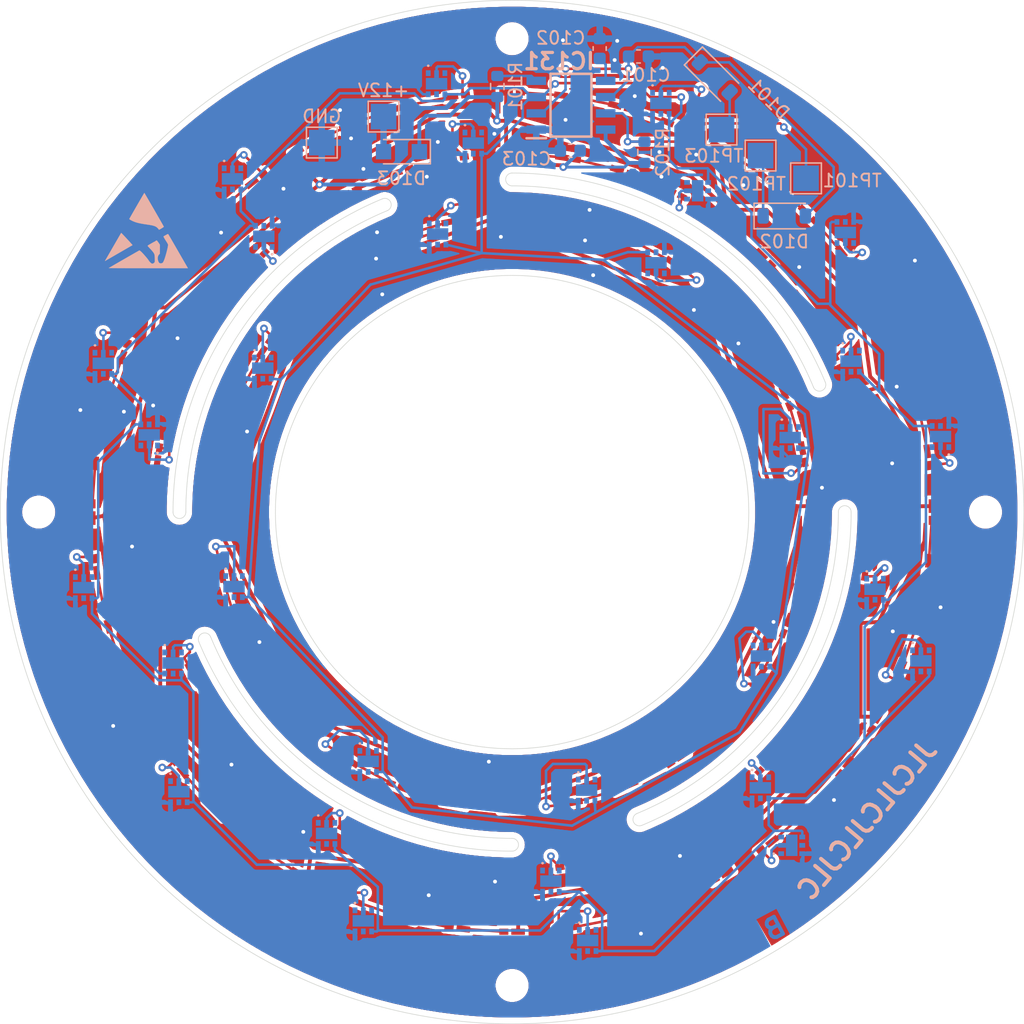
<source format=kicad_pcb>
(kicad_pcb (version 20241229) (generator "pcbnew") (generator_version "9.0")
  (layers (0 "F.Cu" signal) (2 "B.Cu" signal) (13 "F.Paste" user) (15 "B.Paste" user) (5 "F.SilkS" user "F.Silkscreen") (7 "B.SilkS" user "B.Silkscreen") (1 "F.Mask" user) (3 "B.Mask" user) (25 "Edge.Cuts" user))
  (net 0 "")
  (net 1 "Net-(LED101-Pad1)")
  (net 2 "+12V")
  (net 3 "Net-(LED102-Pad1)")
  (net 4 "Net-(LED103-Pad1)")
  (net 5 "Net-(IC101-OUT)")
  (net 9 "Net-(IC102-OUT)")
  (net 13 "Net-(IC103-OUT)")
  (net 18 "Net-(IC104-OUT)")
  (net 22 "Net-(IC105-OUT)")
  (net 26 "Net-(IC106-OUT)")
  (net 32 "Net-(IC107-OUT)")
  (net 35 "Net-(IC108-OUT)")
  (net 37 "Net-(LED105-Pad1)")
  (net 38 "Net-(LED106-Pad1)")
  (net 39 "Net-(LED107-Pad1)")
  (net 40 "Net-(LED109-Pad1)")
  (net 41 "Net-(LED110-Pad1)")
  (net 42 "Net-(LED111-Pad1)")
  (net 43 "Net-(LED113-Pad1)")
  (net 44 "Net-(LED114-Pad1)")
  (net 45 "Net-(LED115-Pad1)")
  (net 46 "Net-(LED117-Pad1)")
  (net 47 "Net-(LED118-Pad1)")
  (net 48 "Net-(LED119-Pad1)")
  (net 49 "Net-(LED121-Pad1)")
  (net 50 "Net-(LED122-Pad1)")
  (net 51 "Net-(LED123-Pad1)")
  (net 52 "Net-(LED125-Pad1)")
  (net 53 "Net-(LED126-Pad1)")
  (net 54 "Net-(LED127-Pad1)")
  (net 55 "Net-(LED129-Pad1)")
  (net 56 "Net-(LED130-Pad1)")
  (net 57 "Net-(LED131-Pad1)")
  (net 60 "Net-(IC109-OUT)")
  (net 64 "Net-(IC110-OUT)")
  (net 67 "Net-(IC111-OUT)")
  (net 70 "Net-(IC112-OUT)")
  (net 74 "Net-(IC113-OUT)")
  (net 81 "Net-(IC114-OUT)")
  (net 85 "Net-(IC115-OUT)")
  (net 88 "Net-(IC116-OUT)")
  (net 93 "Net-(IC117-OUT)")
  (net 96 "Net-(IC118-OUT)")
  (net 99 "Net-(IC119-OUT)")
  (net 105 "Net-(IC120-OUT)")
  (net 108 "Net-(IC121-OUT)")
  (net 113 "Net-(IC122-OUT)")
  (net 114 "Net-(IC123-OUT)")
  (net 119 "Net-(IC124-OUT)")
  (net 122 "Net-(LED133-Pad1)")
  (net 123 "Net-(LED134-Pad1)")
  (net 124 "Net-(LED135-Pad1)")
  (net 125 "Net-(LED137-Pad1)")
  (net 126 "Net-(LED138-Pad1)")
  (net 127 "Net-(LED139-Pad1)")
  (net 128 "Net-(LED141-Pad1)")
  (net 129 "Net-(LED142-Pad1)")
  (net 130 "Net-(LED143-Pad1)")
  (net 131 "Net-(LED145-Pad1)")
  (net 132 "Net-(LED146-Pad1)")
  (net 133 "Net-(LED147-Pad1)")
  (net 134 "Net-(LED149-Pad1)")
  (net 135 "Net-(LED150-Pad1)")
  (net 136 "Net-(LED151-Pad1)")
  (net 137 "Net-(LED153-Pad1)")
  (net 138 "Net-(LED154-Pad1)")
  (net 139 "Net-(LED155-Pad1)")
  (net 140 "Net-(LED157-Pad1)")
  (net 141 "Net-(LED158-Pad1)")
  (net 142 "Net-(LED159-Pad1)")
  (net 143 "Net-(LED161-Pad1)")
  (net 144 "Net-(LED162-Pad1)")
  (net 145 "Net-(LED163-Pad1)")
  (net 146 "Net-(LED165-Pad1)")
  (net 147 "Net-(LED166-Pad1)")
  (net 148 "Net-(LED167-Pad1)")
  (net 149 "Net-(LED169-Pad1)")
  (net 150 "Net-(LED170-Pad1)")
  (net 151 "Net-(LED171-Pad1)")
  (net 152 "Net-(LED173-Pad1)")
  (net 153 "Net-(LED174-Pad1)")
  (net 154 "Net-(LED175-Pad1)")
  (net 155 "Net-(LED177-Pad1)")
  (net 156 "Net-(LED178-Pad1)")
  (net 157 "Net-(LED179-Pad1)")
  (net 158 "Net-(LED181-Pad1)")
  (net 159 "Net-(LED182-Pad1)")
  (net 160 "Net-(LED183-Pad1)")
  (net 161 "Net-(LED185-Pad1)")
  (net 162 "Net-(LED186-Pad1)")
  (net 163 "Net-(LED187-Pad1)")
  (net 164 "Net-(LED189-Pad1)")
  (net 165 "Net-(LED190-Pad1)")
  (net 166 "Net-(LED191-Pad1)")
  (net 167 "Net-(LED193-Pad1)")
  (net 168 "Net-(LED194-Pad1)")
  (net 169 "Net-(LED195-Pad1)")
  (net 173 "Net-(IC125-OUT)")
  (net 174 "Net-(IC126-OUT)")
  (net 180 "Net-(IC127-OUT)")
  (net 184 "Net-(IC128-OUT)")
  (net 189 "Net-(IC129-OUT)")
  (net 190 "Net-(IC130-OUT)")
  (net 194 "Net-(LED197-Pad1)")
  (net 195 "Net-(LED198-Pad1)")
  (net 196 "Net-(LED199-Pad1)")
  (net 197 "Net-(LED201-Pad1)")
  (net 198 "Net-(LED202-Pad1)")
  (net 199 "Net-(LED203-Pad1)")
  (net 200 "Net-(LED205-Pad1)")
  (net 201 "Net-(LED206-Pad1)")
  (net 202 "Net-(LED207-Pad1)")
  (net 203 "Net-(LED209-Pad1)")
  (net 204 "Net-(LED210-Pad1)")
  (net 205 "Net-(LED211-Pad1)")
  (net 206 "Net-(LED213-Pad1)")
  (net 207 "Net-(LED214-Pad1)")
  (net 208 "Net-(LED215-Pad1)")
  (net 209 "Net-(LED217-Pad1)")
  (net 210 "Net-(LED218-Pad1)")
  (net 211 "Net-(LED219-Pad1)")
  (net 212 "Net-(IC131-CONTROL_VOLTAGE)")
  (net 213 "Net-(D101-A)")
  (net 214 "Net-(D101-K)")
  (net 215 "Net-(D102-K)")
  (net 216 "enable")
  (net 217 "Net-(IC131-~{RESET})")
  (net 218 "0")
  (net 219 "Net-(IC131-DISCHARGE)")
  (net 220 "/+12V_IN")
  (footprint "Lib:LED_KW DELPS2.RA_OSR" (layer "F.Cu") (at 180.3032 87.448 113)
    (property "Reference" "LED182" (hide yes))
    (property "Value" "KW DELPS2.RA-TIVH-FK0PM0-Z555" (hide yes))
  )
  (footprint "Lib:LED_KW DELPS2.RA_OSR" (layer "F.Cu") (at 123.3704 108.6525 -72)
    (property "Reference" "LED161" (hide yes))
    (property "Value" "KW DELPS2.RA-TIVH-FK0PM0-Z555" (hide yes))
  )
  (footprint "Lib:LED_KW DELPS2.RA_OSR" (layer "F.Cu") (at 166.458 122.6525 36)
    (property "Reference" "LED149" (hide yes))
    (property "Value" "KW DELPS2.RA-TIVH-FK0PM0-Z555" (hide yes))
  )
  (footprint "Lib:LED_KW DELPS2.RA_OSR" (layer "F.Cu") (at 117.4806 95.7187 -97)
    (property "Reference" "LED210" (hide yes))
    (property "Value" "KW DELPS2.RA-TIVH-FK0PM0-Z555" (hide yes))
  )
  (footprint "Lib:LED_KW DELPS2.RA_OSR" (layer "F.Cu") (at 118.3176 108.4893 -75)
    (property "Reference" "LED207" (hide yes))
    (property "Value" "KW DELPS2.RA-TIVH-FK0PM0-Z555" (hide yes))
  )
  (footprint "Lib:LED_KW DELPS2.RA_OSR" (layer "F.Cu") (at 137.2883 124.9482 -27)
    (property "Reference" "LED156" (hide yes))
    (property "Value" "KW DELPS2.RA-TIVH-FK0PM0-Z555" (hide yes))
  )
  (footprint "Lib:LED_KW DELPS2.RA_OSR" (layer "F.Cu") (at 176.6296 108.6525 72)
    (property "Reference" "LED145" (hide yes))
    (property "Value" "KW DELPS2.RA-TIVH-FK0PM0-Z555" (hide yes))
  )
  (footprint "Lib:LED_KW DELPS2.RA_OSR" (layer "F.Cu") (at 141.5107 68.3176 -165)
    (property "Reference" "LED219" (hide yes))
    (property "Value" "KW DELPS2.RA-TIVH-FK0PM0-Z555" (hide yes))
  )
  (footprint "Lib:LED_KW DELPS2.RA_OSR" (layer "F.Cu") (at 126.8069 123.1931 -45)
    (property "Reference" "LED203" (hide yes))
    (property "Value" "KW DELPS2.RA-TIVH-FK0PM0-Z555" (hide yes))
  )
  (footprint "Lib:LED_KW DELPS2.RA_OSR" (layer "F.Cu") (at 173.1931 123.1931 45)
    (property "Reference" "LED191" (hide yes))
    (property "Value" "KW DELPS2.RA-TIVH-FK0PM0-Z555" (hide yes))
  )
  (footprint "Lib:LED_KW DELPS2.RA_OSR" (layer "F.Cu") (at 182.8 100 90)
    (property "Reference" "LED185" (hide yes))
    (property "Value" "KW DELPS2.RA-TIVH-FK0PM0-Z555" (hide yes))
  )
  (footprint "Lib:LED_KW DELPS2.RA_OSR" (layer "F.Cu") (at 178 100 90)
    (property "Reference" "LED143" (hide yes))
    (property "Value" "KW DELPS2.RA-TIVH-FK0PM0-Z555" (hide yes))
  )
  (footprint "Lib:LED_KW DELPS2.RA_OSR" (layer "F.Cu") (at 182.5194 95.7187 98)
    (property "Reference" "LED184" (hide yes))
    (property "Value" "KW DELPS2.RA-TIVH-FK0PM0-Z555" (hide yes))
  )
  (footprint "Lib:LED_KW DELPS2.RA_OSR" (layer "F.Cu") (at 150 123.2)
    (property "Reference" "LED117" (hide yes))
    (property "Value" "KW DELPS2.RA-TIVH-FK0PM0-Z555" (hide yes))
  )
  (footprint "Lib:LED_KW DELPS2.RA_OSR" (layer "F.Cu") (at 158.8783 121.434 23)
    (property "Reference" "LED115" (hide yes))
    (property "Value" "KW DELPS2.RA-TIVH-FK0PM0-Z555" (hide yes))
  )
  (footprint "Lib:LED_KW DELPS2.RA_OSR" (layer "F.Cu") (at 121.5944 116.4 -60)
    (property "Reference" "LED205" (hide yes))
    (property "Value" "KW DELPS2.RA-TIVH-FK0PM0-Z555" (hide yes))
  )
  (footprint "Lib:LED_KW DELPS2.RA_OSR" (layer "F.Cu") (at 126.8 100 -90)
    (property "Reference" "LED125" (hide yes))
    (property "Value" "KW DELPS2.RA-TIVH-FK0PM0-Z555" (hide yes))
  )
  (footprint "Lib:LED_KW DELPS2.RA_OSR" (layer "F.Cu") (at 178.4056 116.4 60)
    (property "Reference" "LED189" (hide yes))
    (property "Value" "KW DELPS2.RA-TIVH-FK0PM0-Z555" (hide yes))
  )
  (footprint "Lib:LED_KW DELPS2.RA_OSR" (layer "F.Cu") (at 117.4806 104.2813 -82)
    (property "Reference" "LED208" (hide yes))
    (property "Value" "KW DELPS2.RA-TIVH-FK0PM0-Z555" (hide yes))
  )
  (footprint "Lib:LED_KW DELPS2.RA_OSR" (layer "F.Cu") (at 130.0326 126.022 -37)
    (property "Reference" "LED202" (hide yes))
    (property "Value" "KW DELPS2.RA-TIVH-FK0PM0-Z555" (hide yes))
  )
  (footprint "Lib:LED_KW DELPS2.RA_OSR" (layer "F.Cu") (at 125.0518 112.7117 -63)
    (property "Reference" "LED160" (hide yes))
    (property "Value" "KW DELPS2.RA-TIVH-FK0PM0-Z555" (hide yes))
  )
  (footprint "Lib:LED_KW DELPS2.RA_OSR" (layer "F.Cu") (at 145.7187 67.4806 -172)
    (property "Reference" "LED220" (hide yes))
    (property "Value" "KW DELPS2.RA-TIVH-FK0PM0-Z555" (hide yes))
  )
  (footprint "Lib:LED_KW DELPS2.RA_OSR" (layer "F.Cu") (at 123.3704 91.3475 -108)
    (property "Reference" "LED165" (hide yes))
    (property "Value" "KW DELPS2.RA-TIVH-FK0PM0-Z555" (hide yes))
  )
  (footprint "Lib:LED_KW DELPS2.RA_OSR" (layer "F.Cu") (at 137.2883 75.0518 -153)
    (property "Reference" "LED170" (hide yes))
    (property "Value" "KW DELPS2.RA-TIVH-FK0PM0-Z555" (hide yes))
  )
  (footprint "Lib:LED_KW DELPS2.RA_OSR" (layer "F.Cu") (at 117.2 100 -90)
    (property "Reference" "LED209" (hide yes))
    (property "Value" "KW DELPS2.RA-TIVH-FK0PM0-Z555" (hide yes))
  )
  (footprint "Lib:LED_KW DELPS2.RA_OSR" (layer "F.Cu") (at 154.3802 72.3447 171)
    (property "Reference" "LED134" (hide yes))
    (property "Value" "KW DELPS2.RA-TIVH-FK0PM0-Z555" (hide yes))
  )
  (footprint "Lib:LED_KW DELPS2.RA_OSR" (layer "F.Cu") (at 123.978 80.0326 -127)
    (property "Reference" "LED214" (hide yes))
    (property "Value" "KW DELPS2.RA-TIVH-FK0PM0-Z555" (hide yes))
  )
  (footprint "MountingHole:MountingHole_2.1mm" (layer "F.Cu") (at 150 137)
    (property "Reference" "H104" (hide yes))
    (property "Value" "MountingHole" (hide yes))
  )
  (footprint "Lib:LED_KW DELPS2.RA_OSR" (layer "F.Cu") (at 176.6296 91.3475 108)
    (property "Reference" "LED141" (hide yes))
    (property "Value" "KW DELPS2.RA-TIVH-FK0PM0-Z555" (hide yes))
  )
  (footprint "Lib:LED_KW DELPS2.RA_OSR" (layer "F.Cu") (at 154.5261 122.7542 11)
    (property "Reference" "LED116" (hide yes))
    (property "Value" "KW DELPS2.RA-TIVH-FK0PM0-Z555" (hide yes))
  )
  (footprint "Lib:LED_KW DELPS2.RA_OSR" (layer "F.Cu") (at 162.7117 124.9482 27)
    (property "Reference" "LED150" (hide yes))
    (property "Value" "KW DELPS2.RA-TIVH-FK0PM0-Z555" (hide yes))
  )
  (footprint "Lib:LED_KW DELPS2.RA_OSR" (layer "F.Cu") (at 122.3447 95.6198 -99)
    (property "Reference" "LED164" (hide yes))
    (property "Value" "KW DELPS2.RA-TIVH-FK0PM0-Z555" (hide yes))
  )
  (footprint "Lib:LED_KW DELPS2.RA_OSR" (layer "F.Cu") (at 154.3802 127.6553 9)
    (property "Reference" "LED152" (hide yes))
    (property "Value" "KW DELPS2.RA-TIVH-FK0PM0-Z555" (hide yes))
  )
  (footprint "Lib:LED_KW DELPS2.RA_OSR" (layer "F.Cu") (at 172.7542 95.4739 101)
    (property "Reference" "LED108" (hide yes))
    (property "Value" "KW DELPS2.RA-TIVH-FK0PM0-Z555" (hide yes))
  )
  (footprint "Lib:LED_KW DELPS2.RA_OSR" (layer "F.Cu") (at 127.2458 104.5261 -79)
    (property "Reference" "LED124" (hide yes))
    (property "Value" "KW DELPS2.RA-TIVH-FK0PM0-Z555" (hide yes))
  )
  (footprint "Lib:LED_KW DELPS2.RA_OSR" (layer "F.Cu") (at 127.3475 83.542 -126)
    (property "Reference" "LED167" (hide yes))
    (property "Value" "KW DELPS2.RA-TIVH-FK0PM0-Z555" (hide yes))
  )
  (footprint "Lib:LED_KW DELPS2.RA_OSR" (layer "F.Cu") (at 133.542 77.3475 -144)
    (property "Reference" "LED169" (hide yes))
    (property "Value" "KW DELPS2.RA-TIVH-FK0PM0-Z555" (hide yes))
  )
  (footprint "Lib:LED_KW DELPS2.RA_OSR" (layer "F.Cu") (at 177.6553 95.6198 99)
    (property "Reference" "LED142" (hide yes))
    (property "Value" "KW DELPS2.RA-TIVH-FK0PM0-Z555" (hide yes))
  )
  (footprint "Lib:LED_KW DELPS2.RA_OSR" (layer "F.Cu") (at 137.1108 80.7099 -146)
    (property "Reference" "LED130" (hide yes))
    (property "Value" "KW DELPS2.RA-TIVH-FK0PM0-Z555" (hide yes))
  )
  (footprint "Lib:LED_KW DELPS2.RA_OSR" (layer "F.Cu") (at 173.2 100 90)
    (property "Reference" "LED109" (hide yes))
    (property "Value" "KW DELPS2.RA-TIVH-FK0PM0-Z555" (hide yes))
  )
  (footprint "Lib:LED_KW DELPS2.RA_OSR" (layer "F.Cu") (at 122.3447 104.3802 -81)
    (property "Reference" "LED162" (hide yes))
    (property "Value" "KW DELPS2.RA-TIVH-FK0PM0-Z555" (hide yes))
  )
  (footprint "Lib:LED_KW DELPS2.RA_OSR" (layer "F.Cu") (at 181.6824 108.4893 75)
    (property "Reference" "LED187" (hide yes))
    (property "Value" "KW DELPS2.RA-TIVH-FK0PM0-Z555" (hide yes))
  )
  (footprint "Lib:LED_KW DELPS2.RA_OSR" (layer "F.Cu") (at 162.8892 80.7099 146)
    (property "Reference" "LED104" (hide yes))
    (property "Value" "KW DELPS2.RA-TIVH-FK0PM0-Z555" (hide yes))
  )
  (footprint "Lib:LED_KW DELPS2.RA_OSR" (layer "F.Cu") (at 118.3176 91.5107 -105)
    (property "Reference" "LED211" (hide yes))
    (property "Value" "KW DELPS2.RA-TIVH-FK0PM0-Z555" (hide yes))
  )
  (footprint "Lib:LED_KW DELPS2.RA_OSR" (layer "F.Cu") (at 150 72 180)
    (property "Reference" "LED133" (hide yes))
    (property "Value" "KW DELPS2.RA-TIVH-FK0PM0-Z555" (hide yes))
  )
  (footprint "Lib:LED_KW DELPS2.RA_OSR" (layer "F.Cu") (at 125.0518 87.2883 -117)
    (property "Reference" "LED166" (hide yes))
    (property "Value" "KW DELPS2.RA-TIVH-FK0PM0-Z555" (hide yes))
  )
  (footprint "Lib:LED_KW DELPS2.RA_OSR" (layer "F.Cu") (at 162.8892 119.2901 34)
    (property "Reference" "LED114" (hide yes))
    (property "Value" "KW DELPS2.RA-TIVH-FK0PM0-Z555" (hide yes))
  )
  (footprint "Lib:LED_KW DELPS2.RA_OSR" (layer "F.Cu") (at 145.4739 122.7542 -11)
    (property "Reference" "LED118" (hide yes))
    (property "Value" "KW DELPS2.RA-TIVH-FK0PM0-Z555" (hide yes))
  )
  (footprint "Lib:LED_KW DELPS2.RA_OSR" (layer "F.Cu") (at 123.978 119.9674 -52)
    (property "Reference" "LED204" (hide yes))
    (property "Value" "KW DELPS2.RA-TIVH-FK0PM0-Z555" (hide yes))
  )
  (footprint "MountingHole:MountingHole_2.1mm" (layer "F.Cu") (at 150 63)
    (property "Reference" "H101" (hide yes))
    (property "Value" "MountingHole")
  )
  (footprint "Lib:LED_KW DELPS2.RA_OSR" (layer "F.Cu") (at 169.799 119.799 45)
    (property "Reference" "LED148" (hide yes))
    (property "Value" "KW DELPS2.RA-TIVH-FK0PM0-Z555" (hide yes))
  )
  (footprint "Lib:LED_KW DELPS2.RA_OSR" (layer "F.Cu") (at 145.6198 127.6553 -9)
    (property "Reference" "LED154" (hide yes))
    (property "Value" "KW DELPS2.RA-TIVH-FK0PM0-Z555" (hide yes))
  )
  (footprint "Lib:LED_KW DELPS2.RA_OSR" (layer "F.Cu") (at 173.1931 76.8069 135)
    (property "Reference" "LED179" (hide yes))
    (property "Value" "KW DELPS2.RA-TIVH-FK0PM0-Z555" (hide yes))
  )
  (footprint "Lib:LED_KW DELPS2.RA_OSR" (layer "F.Cu") (at 133.6 128.4056 -30)
    (property "Reference" "LED201" (hide yes))
    (property "Value" "KW DELPS2.RA-TIVH-FK0PM0-Z555" (hide yes))
  )
  (footprint "Lib:LED_KW DELPS2.RA_OSR" (layer "F.Cu") (at 127.3475 116.458 -54)
    (property "Reference" "LED159" (hide yes))
    (property "Value" "KW DELPS2.RA-TIVH-FK0PM0-Z555" (hide yes))
  )
  (footprint "Lib:LED_KW DELPS2.RA_OSR" (layer "F.Cu") (at 145.7187 132.5194 -7)
    (property "Reference" "LED198" (hide yes))
    (property "Value" "KW DELPS2.RA-TIVH-FK0PM0-Z555" (hide yes))
  )
  (footprint "Lib:LED_KW DELPS2.RA_OSR" (layer "F.Cu") (at 158.6525 126.6296 18)
    (property "Reference" "LED151" (hide yes))
    (property "Value" "KW DELPS2.RA-TIVH-FK0PM0-Z555" (hide yes))
  )
  (footprint "Lib:LED_KW DELPS2.RA_OSR" (layer "F.Cu") (at 169.799 80.201 135)
    (property "Reference" "LED138" (hide yes))
    (property "Value" "KW DELPS2.RA-TIVH-FK0PM0-Z555" (hide yes))
  )
  (footprint "Lib:LED_KW DELPS2.RA_OSR" (layer "F.Cu") (at 166.4 128.4056 30)
    (property "Reference" "LED193" (hide yes))
    (property "Value" "KW DELPS2.RA-TIVH-FK0PM0-Z555" (hide yes))
  )
  (footprint "Lib:LED_KW DELPS2.RA_OSR" (layer "F.Cu") (at 154.5261 77.2458 169)
    (property "Reference" "LED102" (hide yes))
    (property "Value" "KW DELPS2.RA-TIVH-FK0PM0-Z555" (hide yes))
  )
  (footprint "Lib:LED_KW DELPS2.RA_OSR" (layer "F.Cu") (at 128.566 108.8783 -67)
    (property "Reference" "LED123" (hide yes))
    (property "Value" "KW DELPS2.RA-TIVH-FK0PM0-Z555" (hide yes))
  )
  (footprint "Lib:LED_KW DELPS2.RA_OSR" (layer "F.Cu") (at 145.6198 72.3447 -171)
    (property "Reference" "LED172" (hide yes))
    (property "Value" "KW DELPS2.RA-TIVH-FK0PM0-Z555" (hide yes))
  )
  (footprint "Lib:LED_KW DELPS2.RA_OSR" (layer "F.Cu") (at 130.201 119.799 -45)
    (property "Reference" "LED158" (hide yes))
    (property "Value" "KW DELPS2.RA-TIVH-FK0PM0-Z555" (hide yes))
  )
  (footprint "Lib:LED_KW DELPS2.RA_OSR" (layer "F.Cu") (at 137.1108 119.2901 -34)
    (property "Reference" "LED120" (hide yes))
    (property "Value" "KW DELPS2.RA-TIVH-FK0PM0-Z555" (hide yes))
  )
  (footprint "Lib:LED_KW DELPS2.RA_OSR" (layer "F.Cu") (at 171.434 91.1217 113)
    (property "Reference" "LED107" (hide yes))
    (property "Value" "KW DELPS2.RA-TIVH-FK0PM0-Z555" (hide yes))
  )
  (footprint "Lib:LED_KW DELPS2.RA_OSR" (layer "F.Cu") (at 177.6553 104.3802 81)
    (property "Reference" "LED144" (hide yes))
    (property "Value" "KW DELPS2.RA-TIVH-FK0PM0-Z555" (hide yes))
  )
  (footprint "Lib:LED_KW DELPS2.RA_OSR" (layer "F.Cu") (at 181.6824 91.5107 105)
    (property "Reference" "LED183" (hide yes))
    (property "Value" "KW DELPS2.RA-TIVH-FK0PM0-Z555" (hide yes))
  )
  (footprint "Lib:LED_KW DELPS2.RA_OSR" (layer "F.Cu") (at 150 67.2 180)
    (property "Reference" "LED173" (hide yes))
    (property "Value" "~" (hide yes))
  )
  (footprint "Lib:LED_KW DELPS2.RA_OSR" (layer "F.Cu") (at 158.6525 73.3704 162)
    (property "Reference" "LED135" (hide yes))
    (property "Value" "KW DELPS2.RA-TIVH-FK0PM0-Z555" (hide yes))
  )
  (footprint "Lib:LED_KW DELPS2.RA_OSR" (layer "F.Cu") (at 121.5944 83.6 -120)
    (property "Reference" "LED213" (hide yes))
    (property "Value" "KW DELPS2.RA-TIVH-FK0PM0-Z555" (hide yes))
  )
  (footprint "Lib:LED_KW DELPS2.RA_OSR" (layer "F.Cu") (at 137.448 130.3032 -22)
    (property "Reference" "LED200" (hide yes))
    (property "Value" "KW DELPS2.RA-TIVH-FK0PM0-Z555" (hide yes))
  )
  (footprint "Lib:LED_KW DELPS2.RA_OSR" (layer "F.Cu") (at 150 132.8)
    (property "Reference" "LED197" (hide yes))
    (property "Value" "KW DELPS2.RA-TIVH-FK0PM0-Z555" (hide yes))
  )
  (footprint "Lib:LED_KW DELPS2.RA_OSR" (layer "F.Cu") (at 127.2458 95.4739 -101)
    (property "Reference" "LED126" (hide yes))
    (property "Value" "KW DELPS2.RA-TIVH-FK0PM0-Z555" (hide yes))
  )
  (footprint "Lib:LED_KW DELPS2.RA_OSR" (layer "F.Cu") (at 133.6 71.5944 -150)
    (property "Reference" "LED217" (hide yes))
    (property "Value" "KW DELPS2.RA-TIVH-FK0PM0-Z555" (hide yes))
  )
  (footprint "MountingHole:MountingHole_2.1mm" (layer "F.Cu") (at 187 100)
    (property "Reference" "H102" (hide yes))
    (property "Value" "MountingHole" (hide yes))
  )
  (footprint "Lib:LED_KW DELPS2.RA_OSR" (layer "F.Cu") (at 176.022 119.9674 53)
    (property "Reference" "LED190" (hide yes))
    (property "Value" "KW DELPS2.RA-TIVH-FK0PM0-Z555" (hide yes))
  )
  (footprint "Lib:LED_KW DELPS2.RA_OSR" (layer "F.Cu") (at 174.9482 87.2883 117)
    (property "Reference" "LED140" (hide yes))
    (property "Value" "KW DELPS2.RA-TIVH-FK0PM0-Z555" (hide yes))
  )
  (footprint "Lib:LED_KW DELPS2.RA_OSR" (layer "F.Cu") (at 182.5194 104.2813 83)
    (property "Reference" "LED186" (hide yes))
    (property "Value" "KW DELPS2.RA-TIVH-FK0PM0-Z555" (hide yes))
  )
  (footprint "Lib:LED_KW DELPS2.RA_OSR" (layer "F.Cu") (at 166.4049 116.4049 45)
    (property "Reference" "LED113" (hide yes))
    (property "Value" "KW DELPS2.RA-TIVH-FK0PM0-Z555" (hide yes))
  )
  (footprint "Lib:LED_KW DELPS2.RA_OSR" (layer "F.Cu") (at 133.5951 83.5951 -135)
    (property "Reference" "LED129" (hide yes))
    (property "Value" "KW DELPS2.RA-TIVH-FK0PM0-Z555" (hide yes))
  )
  (footprint "MountingHole:MountingHole_2.1mm" (layer "F.Cu") (at 113 100)
    (property "Reference" "H103" (hide yes))
    (property "Value" "MountingHole" (hide yes))
  )
  (footprint "Lib:LED_KW DELPS2.RA_OSR" (layer "F.Cu") (at 166.4049 83.5951 135)
    (property "Reference" "LED105" (hide yes))
    (property "Value" "KW DELPS2.RA-TIVH-FK0PM0-Z555" (hide yes))
  )
  (footprint "Lib:LED_KW DELPS2.RA_OSR" (layer "F.Cu") (at 158.8783 78.566 158)
    (property "Reference" "LED103" (hide yes))
    (property "Value" "KW DELPS2.RA-TIVH-FK0PM0-Z555" (hide yes))
  )
  (footprint "Lib:LED_KW DELPS2.RA_OSR" (layer "F.Cu") (at 154.2813 67.4806 173)
    (property "Reference" "LED174" (hide yes))
    (property "Value" "~" (hide yes))
  )
  (footprint "Lib:LED_KW DELPS2.RA_OSR" (layer "F.Cu") (at 122 100 -90)
    (property "Reference" "LED163" (hide yes))
    (property "Value" "KW DELPS2.RA-TIVH-FK0PM0-Z555" (hide yes))
  )
  (footprint "Lib:LED_KW DELPS2.RA_OSR" (layer "F.Cu") (at 172.6525 116.458 54)
    (property "Reference" "LED147" (hide yes))
    (property "Value" "KW DELPS2.RA-TIVH-FK0PM0-Z555" (hide yes))
  )
  (footprint "Lib:LED_KW DELPS2.RA_OSR" (layer "F.Cu") (at 141.3475 126.6296 -18)
    (property "Reference" "LED155" (hide yes))
    (property "Value" "KW DELPS2.RA-TIVH-FK0PM0-Z555" (hide yes))
  )
  (footprint "Lib:LED_KW DELPS2.RA_OSR" (layer "F.Cu") (at 169.2901 112.8892 56)
    (property "Reference" "LED112" (hide yes))
    (property "Value" "KW DELPS2.RA-TIVH-FK0PM0-Z555" (hide yes))
  )
  (footprint "Lib:LED_KW DELPS2.RA_OSR" (layer "F.Cu") (at 130.0326 73.978 -142)
    (property "Reference" "LED216" (hide yes))
    (property "Value" "KW DELPS2.RA-TIVH-FK0PM0-Z555" (hide yes))
  )
  (footprint "Lib:LED_KW DELPS2.RA_OSR" (layer "F.Cu") (at 130.201 80.201 -135)
    (property "Reference" "LED168" (hide yes))
    (property "Value" "KW DELPS2.RA-TIVH-FK0PM0-Z555" (hide yes))
  )
  (footprint "Lib:LED_KW DELPS2.RA_OSR" (layer "F.Cu") (at 130.7099 87.1108 -124)
    (property "Reference" "LED128" (hide yes))
    (property "Value" "KW DELPS2.RA-TIVH-FK0PM0-Z555" (hide yes))
  )
  (footprint "Lib:LED_KW DELPS2.RA_OSR" (layer "F.Cu") (at 162.552 130.3032 23)
    (property "Reference" "LED194" (hide yes))
    (property "Value" "KW DELPS2.RA-TIVH-FK0PM0-Z555" (hide yes))
  )
  (footprint "Lib:LED_KW DELPS2.RA_OSR" (layer "F.Cu") (at 145.4739 77.2458 -169)
    (property "Reference" "LED132" (hide yes))
    (property "Value" "KW DELPS2.RA-TIVH-FK0PM0-Z555" (hide yes))
  )
  (footprint "Lib:LED_KW DELPS2.RA_OSR" (layer "F.Cu") (at 128.566 91.1217 -112)
    (property "Reference" "LED127" (hide yes))
    (property "Value" "KW DELPS2.RA-TIVH-FK0PM0-Z555" (hide yes))
  )
  (footprint "Lib:LED_KW DELPS2.RA_OSR" (layer "F.Cu") (at 158.4893 131.6824 15)
    (property "Reference" "LED195" (hide yes))
    (property "Value" "KW DELPS2.RA-TIVH-FK0PM0-Z555" (hide yes))
  )
  (footprint "Lib:LED_KW DELPS2.RA_OSR" (layer "F.Cu") (at 162.7117 75.0518 153)
    (property "Reference" "LED136" (hide yes))
    (property "Value" "KW DELPS2.RA-TIVH-FK0PM0-Z555" (hide yes))
  )
  (footprint "Lib:LED_KW DELPS2.RA_OSR" (layer "F.Cu") (at 158.4893 68.3176 165)
    (property "Reference" "LED175" (hide yes))
    (property "Value" "~" (hide yes))
  )
  (footprint "Lib:LED_KW DELPS2.RA_OSR" (layer "F.Cu") (at 169.2901 87.1108 124)
    (property "Reference" "LED106" (hide yes))
    (property "Value" "KW DELPS2.RA-TIVH-FK0PM0-Z555" (hide yes))
  )
  (footprint "Lib:LED_KW DELPS2.RA_OSR" (layer "F.Cu") (at 172.7542 104.5261 79)
    (property "Reference" "LED110" (hide yes))
    (property "Value" "KW DELPS2.RA-TIVH-FK0PM0-Z555" (hide yes))
  )
  (footprint "Lib:LED_KW DELPS2.RA_OSR" (layer "F.Cu") (at 150 128)
    (property "Reference" "LED153" (hide yes))
    (property "Value" "KW DELPS2.RA-TIVH-FK0PM0-Z555" (hide yes))
  )
  (footprint "Lib:LED_KW DELPS2.RA_OSR" (layer "F.Cu") (at 141.3475 73.3704 -162)
    (property "Reference" "LED171" (hide yes))
    (property "Value" "KW DELPS2.RA-TIVH-FK0PM0-Z555" (hide yes))
  )
  (footprint "Lib:LED_KW DELPS2.RA_OSR" (layer "F.Cu") (at 154.2813 132.5194 8)
    (property "Reference" "LED196" (hide yes))
    (property "Value" "KW DELPS2.RA-TIVH-FK0PM0-Z555" (hide yes))
  )
  (footprint "Lib:LED_KW DELPS2.RA_OSR" (layer "F.Cu") (at 137.448 69.6968 -157)
    (property "Reference" "LED218" (hide yes))
    (property "Value" "KW DELPS2.RA-TIVH-FK0PM0-Z555" (hide yes))
  )
  (footprint "Lib:LED_KW DELPS2.RA_OSR" (layer "F.Cu") (at 169.9674 126.022 38)
    (property "Reference" "LED192" (hide yes))
    (property "Value" "KW DELPS2.RA-TIVH-FK0PM0-Z555" (hide yes))
  )
  (footprint "Lib:LED_KW DELPS2.RA_OSR" (layer "F.Cu") (at 176.022 80.0326 128)
    (property "Reference" "LED180" (hide yes))
    (property "Value" "KW DELPS2.RA-TIVH-FK0PM0-Z555" (hide yes))
  )
  (footprint "Lib:LED_KW DELPS2.RA_OSR" (layer "F.Cu") (at 119.6968 112.552 -67)
    (property "Reference" "LED206" (hide yes))
    (property "Value" "KW DELPS2.RA-TIVH-FK0PM0-Z555" (hide yes))
  )
  (footprint "Lib:LED_KW DELPS2.RA_OSR" (layer "F.Cu") (at 141.5107 131.6824 -15)
    (property "Reference" "LED199" (hide yes))
    (property "Value" "KW DELPS2.RA-TIVH-FK0PM0-Z555" (hide yes))
  )
  (footprint "Lib:LED_KW DELPS2.RA_OSR" (layer "F.Cu") (at 126.8069 76.8069 -135)
    (property "Reference" "LED215" (hide yes))
    (property "Value" "KW DELPS2.RA-TIVH-FK0PM0-Z555" (hide yes))
  )
  (footprint "Lib:LED_KW DELPS2.RA_OSR" (layer "F.Cu") (at 119.6968 87.448 -112)
    (property "Reference" "LED212" (hide yes))
    (property "Value" "KW DELPS2.RA-TIVH-FK0PM0-Z555" (hide yes))
  )
  (footprint "Lib:LED_KW DELPS2.RA_OSR" (layer "F.Cu") (at 172.6525 83.542 126)
    (property "Reference" "LED139" (hide yes))
    (property "Value" "KW DELPS2.RA-TIVH-FK0PM0-Z555" (hide yes))
  )
  (footprint "Lib:LED_KW DELPS2.RA_OSR" (layer "F.Cu") (at 178.4056 83.6 120)
    (property "Reference" "LED181" (hide yes))
    (property "Value" "KW DELPS2.RA-TIVH-FK0PM0-Z555" (hide yes))
  )
  (footprint "Lib:LED_KW DELPS2.RA_OSR" (layer "F.Cu") (at 169.9674 73.978 143)
    (property "Reference" "LED178" (hide yes))
    (property "Value" "KW DELPS2.RA-TIVH-FK0PM0-Z555" (hide yes))
  )
  (footprint "Lib:LED_KW DELPS2.RA_OSR" (layer "F.Cu") (at 166.458 77.3475 144)
    (property "Reference" "LED137" (hide yes))
    (property "Value" "KW DELPS2.RA-TIVH-FK0PM0-Z555" (hide yes))
  )
  (footprint "Lib:LED_KW DELPS2.RA_OSR" (layer "F.Cu") (at 162.552 69.6968 158)
    (property "Reference" "LED176" (hide yes))
    (property "Value" "~" (hide yes))
  )
  (footprint "Lib:LED_KW DELPS2.RA_OSR" (layer "F.Cu") (at 130.7099 112.8892 -56)
    (property "Reference" "LED122" (hide yes))
    (property "Value" "KW DELPS2.RA-TIVH-FK0PM0-Z555" (hide yes))
  )
  (footprint "Lib:LED_KW DELPS2.RA_OSR" (layer "F.Cu") (at 180.3032 112.552 68)
    (property "Reference" "LED188" (hide yes))
    (property "Value" "KW DELPS2.RA-TIVH-FK0PM0-Z555" (hide yes))
  )
  (footprint "Lib:LED_KW DELPS2.RA_OSR" (layer "F.Cu") (at 141.1217 121.434 -22)
    (property "Reference" "LED119" (hide yes))
    (property "Value" "KW DELPS2.RA-TIVH-FK0PM0-Z555" (hide yes))
  )
  (footprint "Lib:LED_KW DELPS2.RA_OSR" (layer "F.Cu") (at 150 76.8 180)
    (property "Reference" "LED101" (hide yes))
    (property "Value" "KW DELPS2.RA-TIVH-FK0PM0-Z555" (hide yes))
  )
  (footprint "Lib:LED_KW DELPS2.RA_OSR" (layer "F.Cu") (at 174.9482 112.7117 63)
    (property "Reference" "LED146" (hide yes))
    (property "Value" "KW DELPS2.RA-TIVH-FK0PM0-Z555" (hide yes))
  )
  (footprint "Lib:LED_KW DELPS2.RA_OSR" (layer "F.Cu") (at 171.434 108.8783 68)
    (property "Reference" "LED111" (hide yes))
    (property "Value" "KW DELPS2.RA-TIVH-FK0PM0-Z555" (hide yes))
  )
  (footprint "Lib:LED_KW DELPS2.RA_OSR" (layer "F.Cu") (at 141.1217 78.566 -157)
    (property "Reference" "LED131" (hide yes))
    (property "Value" "KW DELPS2.RA-TIVH-FK0PM0-Z555" (hide yes))
  )
  (footprint "Lib:LED_KW DELPS2.RA_OSR" (layer "F.Cu") (at 133.5951 116.4049 -45)
    (property "Reference" "LED121" (hide yes))
    (property "Value" "KW DELPS2.RA-TIVH-FK0PM0-Z555" (hide yes))
  )
  (footprint "Lib:LED_KW DELPS2.RA_OSR" (layer "F.Cu") (at 166.4 71.5944 150)
    (property "Reference" "LED177" (hide yes))
    (property "Value" "KW DELPS2.RA-TIVH-FK0PM0-Z555" (hide yes))
  )
  (footprint "Lib:LED_KW DELPS2.RA_OSR" (layer "F.Cu") (at 133.542 122.6525 -36)
    (property "Reference" "LED157" (hide yes))
    (property "Value" "KW DELPS2.RA-TIVH-FK0PM0-Z555" (hide yes))
  )
  (footprint "Symbol:ESD-Logo_6.6x6mm_SilkScreen" (layer "B.Cu") (at 121.412 77.978 180)
    (property "Reference" "REF**" (hide yes))
    (property "Value" "ESD-Logo_6.6x6mm_SilkScreen" (hide yes))
  )
  (footprint "TestPoint:TestPoint_Pad_2.0x2.0mm" (layer "B.Cu") (at 169.418 72.136)
    (property "Reference" "TP102")
    (property "Value" "Poti links")
  )
  (footprint "Resistor_SMD:R_0603_1608Metric" (layer "B.Cu") (at 148.844 66.739 90)
    (property "Reference" "R101")
    (property "Value" "10k")
  )
  (footprint "Treiber:AP2301SN7" (layer "B.Cu") (at 144.1766 78.2667)
    (property "Reference" "IC108" (hide yes))
    (property "Value" "BCR420UFD-7" (hide yes))
  )
  (footprint "Treiber:AP2301SN7" (layer "B.Cu") (at 116.5165 105.904)
    (property "Reference" "IC127" (hide yes))
    (property "Value" "BCR420UFD-7" (hide yes))
  )
  (footprint "Treiber:AP2301SN7" (layer "B.Cu") (at 123.9545 121.8548)
    (property "Reference" "IC126" (hide yes))
    (property "Value" "BCR420UFD-7" (hide yes))
  )
  (footprint "Treiber:AP2301SN7" (layer "B.Cu") (at 128.2667 105.8234)
    (property "Reference" "IC106" (hide yes))
    (property "Value" "BCR420UFD-7" (hide yes))
  )
  (footprint "Treiber:AP2301SN7" (layer "B.Cu") (at 138.75 119.4856)
    (property "Reference" "IC105" (hide yes))
    (property "Value" "BCR420UFD-7" (hide yes))
  )
  (footprint "Treiber:AP2301SN7" (layer "B.Cu") (at 155.8234 121.7333)
    (property "Reference" "IC104" (hide yes))
    (property "Value" "BCR420UFD-7" (hide yes))
  )
  (footprint "Treiber:AP2301SN7" (layer "B.Cu") (at 128.1452 73.9545)
    (property "Reference" "IC129" (hide yes))
    (property "Value" "BCR420UFD-7" (hide yes))
  )
  (footprint "Treiber:AP2301SN7" (layer "B.Cu") (at 178.3663 106.0294)
    (property "Reference" "IC111" (hide yes))
    (property "Value" "BCR420UFD-7" (hide yes))
  )
  (footprint "TestPoint:TestPoint_Pad_2.0x2.0mm" (layer "B.Cu") (at 135.128 71.12)
    (property "Reference" "TP105" (hide yes))
    (property "Value" "GND")
  )
  (footprint "Treiber:AP2301SN7" (layer "B.Cu") (at 155.904 133.4835)
    (property "Reference" "IC124" (hide yes))
    (property "Value" "BCR420UFD-7" (hide yes))
  )
  (footprint "Treiber:AP2301SN7" (layer "B.Cu") (at 176.4928 88.2046)
    (property "Reference" "IC110" (hide yes))
    (property "Value" "BCR420UFD-7" (hide yes))
  )
  (footprint "Diode_SMD:D_SOD-123" (layer "B.Cu") (at 171.2722 76.8604)
    (property "Reference" "D102")
    (property "Value" "1N4148W")
  )
  (footprint "Treiber:AP2301SN7" (layer "B.Cu") (at 161.25 80.5144 180)
    (property "Reference" "IC101" (hide yes))
    (property "Value" "BCR420UFD-7" (hide yes))
  )
  (footprint "Treiber:AP2301SN7" (layer "B.Cu") (at 121.6337 93.9706 180)
    (property "Reference" "IC116" (hide yes))
    (property "Value" "BCR420UFD-7" (hide yes))
  )
  (footprint "TestPoint:TestPoint_Pad_2.0x2.0mm" (layer "B.Cu") (at 172.974 73.914)
    (property "Reference" "TP101")
    (property "Value" "Poti mitte")
  )
  (footprint "Treiber:AP2301SN7" (layer "B.Cu") (at 169.4856 111.25)
    (property "Reference" "IC103" (hide yes))
    (property "Value" "BCR420UFD-7" (hide yes))
  )
  (footprint "Treiber:AP2301SN7" (layer "B.Cu") (at 171.8548 126.0455 90)
    (property "Reference" "IC123" (hide yes))
    (property "Value" "BCR420UFD-7" (hide yes))
  )
  (footprint "Treiber:AP2301SN7" (layer "B.Cu") (at 171.7333 94.1766)
    (property "Reference" "IC102" (hide yes))
    (property "Value" "BCR420UFD-7" (hide yes))
  )
  (footprint "Treiber:AP2301SN7" (layer "B.Cu") (at 138.3713 131.9495)
    (property "Reference" "IC125" (hide yes))
    (property "Value" "BCR420UFD-7" (hide yes))
  )
  (footprint "Treiber:AP2301SN7" (layer "B.Cu") (at 144.096 66.516)
    (property "Reference" "IC130" (hide yes))
    (property "Value" "BCR420UFD-7" (hide yes))
  )
  (footprint "Treiber:AP2301SN7" (layer "B.Cu") (at 176.0455 78.1452 180)
    (property "Reference" "IC120" (hide yes))
    (property "Value" "BCR420UFD-7" (hide yes))
  )
  (footprint "Resistor_SMD:R_0603_1608Metric" (layer "B.Cu") (at 160.3502 71.882 90)
    (property "Reference" "R102")
    (property "Value" "1k")
  )
  (footprint "Treiber:AP2301SN7" (layer "B.Cu") (at 181.9495 111.6287)
    (property "Reference" "IC122" (hide yes))
    (property "Value" "BCR420UFD-7" (hide yes))
  )
  (footprint "Treiber:AP2301SN7" (layer "B.Cu") (at 153.0313 128.8411)
    (property "Reference" "IC113" (hide yes))
    (property "Value" "BCR420UFD-7" (hide yes))
  )
  (footprint "Capacitor_SMD:C_0603_1608Metric" (layer "B.Cu") (at 159.88 64.389)
    (property "Reference" "C101")
    (property "Value" "10n")
  )
  (footprint "Treiber:AP2301SN7" (layer "B.Cu") (at 130.5952 78.4488 180)
    (property "Reference" "IC117" (hide yes))
    (property "Value" "BCR420UFD-7" (hide yes))
  )
  (footprint "Treiber:AP2301SN7" (layer "B.Cu") (at 135.5 125.1147)
    (property "Reference" "IC114" (hide yes))
    (property "Value" "BCR420UFD-7" (hide yes))
  )
  (footprint "Diode_SMD:Nexperia_CFP3_SOD-123W" (layer "B.Cu") (at 141.351 71.8312 180)
    (property "Reference" "D103")
    (property "Value" "PMEG3010ER")
  )
  (footprint "Treiber:AP2301SN7" (layer "B.Cu") (at 169.4048 121.5512)
    (property "Reference" "IC112" (hide yes))
    (property "Value" "BCR420UFD-7" (hide yes))
  )
  (footprint "Treiber:AP2301SN7" (layer "B.Cu") (at 118.0505 88.3713)
    (property "Reference" "IC128" (hide yes))
    (property "Value" "BCR420UFD-7" (hide yes))
  )
  (footprint "TestPoint:TestPoint_Pad_2.0x2.0mm" (layer "B.Cu") (at 139.954 69.088)
    (property "Reference" "TP104" (hide yes))
    (property "Value" "+12V")
  )
  (footprint "TestPoint:TestPoint_Pad_2.0x2.0mm" (layer "B.Cu") (at 166.37 70.104)
    (property "Reference" "TP103")
    (property "Value" "Poti rechts")
  )
  (footprint "Treiber:AP2301SN7" (layer "B.Cu") (at 161.6287 68.0505)
    (property "Reference" "IC119" (hide yes))
    (property "Value" "BCR420UFD-7" (hide yes))
  )
  (footprint "Capacitor_SMD:C_0603_1608Metric" (layer "B.Cu") (at 156.845 63.767 90)
    (property "Reference" "C102")
    (property "Value" "10n")
  )
  (footprint "Treiber:AP2301SN7" (layer "B.Cu") (at 183.4835 94.096 180)
    (property "Reference" "IC121" (hide yes))
    (property "Value" "BCR420UFD-7" (hide yes))
  )
  (footprint "Treiber:AP2301SN7" (layer "B.Cu") (at 146.9687 71.1589)
    (property "Reference" "IC118" (hide yes))
    (property "Value" "BCR420UFD-7" (hide yes))
  )
  (footprint "Capacitor_SMD:C_0603_1608Metric" (layer "B.Cu") (at 154.546 71.755 180)
    (property "Reference" "C103")
    (property "Value" "100n")
  )
  (footprint "Treiber:AP2301SN7" (layer "B.Cu") (at 164.5 74.8853 90)
    (property "Reference" "IC109" (hide yes))
    (property "Value" "BCR420UFD-7" (hide yes))
  )
  (footprint "Treiber:SOIC127P600X175-8N" (layer "B.Cu") (at 154.603 68.199)
    (property "Reference" "IC131")
    (property "Value" "LMC555CMX" (hide yes))
  )
  (footprint "Diode_SMD:D_SOD-123" (layer "B.Cu") (at 165.8383 66.0163 -45)
    (property "Reference" "D101")
    (property "Value" "1N4148W")
  )
  (footprint "Treiber:AP2301SN7" (layer "B.Cu") (at 123.5072 111.7954)
    (property "Reference" "IC115" (hide yes))
    (property "Value" "BCR420UFD-7" (hide yes))
  )
  (footprint "Treiber:AP2301SN7" (layer "B.Cu") (at 130.5144 88.75)
    (property "Reference" "IC107" (hide yes))
    (property "Value" "BCR420UFD-7" (hide yes))
  )
  (gr_line (start 153.2636 71.1962) (end 154.4574 71.5264) (stroke (width 0.2)) (layer "F.Cu") (net 218))
  (gr_circle (center 150 100) (end 168.5 100) (stroke (width 0.05)) (fill no) (layer "Edge.Cuts"))
  (gr_arc (start 150 74.5) (mid 164.168702 78.798635) (end 173.560457 90.245265) (stroke (width 0.05)) (layer "Edge.Cuts"))
  (gr_arc (start 124.5 100) (mid 123.999901 100.5) (end 123.5 99.999802) (stroke (width 0.05)) (layer "Edge.Cuts"))
  (gr_arc (start 125.514414 110.134372) (mid 125.789012 109.487343) (end 126.439263 109.754223) (stroke (width 0.05)) (layer "Edge.Cuts"))
  (gr_arc (start 139.854447 75.519012) (mid 140.507327 75.776528) (end 140.259546 76.433164) (stroke (width 0.05)) (layer "Edge.Cuts"))
  (gr_arc (start 174.474555 89.838988) (mid 174.22413 90.507486) (end 173.560123 90.245386) (stroke (width 0.05)) (layer "Edge.Cuts"))
  (gr_arc (start 150 126.499988) (mid 135.274365 122.03191) (end 125.514415 110.134372) (stroke (width 0.05)) (layer "Edge.Cuts"))
  (gr_circle (center 150 100) (end 190 100) (stroke (width 0.05)) (fill no) (layer "Edge.Cuts"))
  (gr_arc (start 150 125.5) (mid 135.831048 121.201198) (end 126.439313 109.754181) (stroke (width 0.05)) (layer "Edge.Cuts"))
  (gr_arc (start 150 73.5) (mid 164.713653 77.960072) (end 174.474555 89.838988) (stroke (width 0.05)) (layer "Edge.Cuts"))
  (gr_arc (start 150 74.5) (mid 149.5 74) (end 150 73.5) (stroke (width 0.05)) (layer "Edge.Cuts"))
  (gr_arc (start 160.148044 124.48046) (mid 159.493021 124.225471) (end 159.738941 123.56699) (stroke (width 0.05)) (layer "Edge.Cuts"))
  (gr_arc (start 123.5 100) (mid 127.964735 85.279365) (end 139.854498 75.519012) (stroke (width 0.05)) (layer "Edge.Cuts"))
  (gr_arc (start 150 125.5) (mid 150.5 126) (end 150 126.5) (stroke (width 0.05)) (layer "Edge.Cuts"))
  (gr_arc (start 124.499565 100) (mid 128.802618 85.824557) (end 140.259546 76.433164) (stroke (width 0.05)) (layer "Edge.Cuts"))
  (gr_arc (start 176.500485 100) (mid 172.036377 114.719844) (end 160.148044 124.48046) (stroke (width 0.05)) (layer "Edge.Cuts"))
  (gr_arc (start 175.5 100) (mid 171.196616 114.175806) (end 159.738943 123.56699) (stroke (width 0.05)) (layer "Edge.Cuts"))
  (gr_arc (start 175.5 100) (mid 176 99.5) (end 176.5 100) (stroke (width 0.05)) (layer "Edge.Cuts"))
  (gr_text "T" (at 168.783 134.62 30) (layer "F.Cu") (effects (font (size 1.5 1.5) (thickness 0.3) (bold yes)) (justify left bottom)))
  (gr_text "B" (at 171.7548 132.8674 28) (layer "B.Cu") (effects (font (size 1.5 1.5) (thickness 0.3) (bold yes)) (justify left bottom mirror)))
  (gr_text "JLCJLCJLCJLC" (at 183.510945 118.570617 50) (layer "B.SilkS") (effects (font (size 1.5 1.5) (thickness 0.3) (bold yes)) (justify left bottom mirror)))
  (segment (start 150.6461 76.8) (end 154.066404 77.156444) (width 0.2) (layer "F.Cu") (net 1))
  (segment (start 149.5317 69.4944) (end 149.5317 72) (width 0.3) (layer "F.Cu") (net 2))
  (segment (start 156.3878 120.4214) (end 166.243 115.57) (width 0.3) (layer "F.Cu") (net 2))
  (segment (start 166.857651 126.243051) (end 177.106262 115.99444) (width 0.3) (layer "F.Cu") (net 2))
  (segment (start 122.5296 109.4232) (end 123.515113 109.09788) (width 0.3) (layer "F.Cu") (net 2))
  (segment (start 118.11 100.2792) (end 118.6688 103.6828) (width 0.3) (layer "F.Cu") (net 2))
  (segment (start 149.4555 69.4182) (end 149.5317 69.4944) (width 0.2) (layer "F.Cu") (net 2))
  (segment (start 133.7564 84.5058) (end 130.899 92.088106) (width 0.3) (layer "F.Cu") (net 2))
  (segment (start 149.5317 72) (end 149.5317 72.7183) (width 0.3) (layer "F.Cu") (net 2))
  (segment (start 165.4556 83.6168) (end 157.9118 80.899) (width 0.3) (layer "F.Cu") (net 2))
  (segment (start 149.2412 76.8) (end 142.2146 79.3242) (width 0.3) (layer "F.Cu") (net 2))
  (segment (start 122.498959 116.135151) (end 121.82855 116.80556) (width 0.3) (layer "F.Cu") (net 2))
  (segment (start 126.8 100.4683) (end 126.8 100.7588) (width 0.2) (layer "F.Cu") (net 2))
  (segment (start 150.4683 128) (end 150.4683 130.3948) (width 0.3) (layer "F.Cu") (net 2))
  (segment (start 167.3098 122.850177) (end 167.3098 125.790902) (width 0.3) (layer "F.Cu") (net 2))
  (segment (start 141.5796 119.1006) (end 150.1902 122.3264) (width 0.3) (layer "F.Cu") (net 2))
  (segment (start 144.1958 68.961) (end 148.336 68.8848) (width 0.3) (layer "F.Cu") (net 2))
  (segment (start 177.2412 108.674007) (end 177.2412 115.99444) (width 0.3) (layer "F.Cu") (net 2))
  (segment (start 134.9502 74.3966) (end 135.744733 73.602067) (width 0.3) (layer "F.Cu") (net 2))
  (segment (start 177.200972 83.693) (end 169.885772 76.3778) (width 0.3) (layer "F.Cu") (net 2))
  (segment (start 133.163137 77.62276) (end 132.29326 76.752883) (width 0.3) (layer "F.Cu") (net 2))
  (segment (start 149.5317 72.7183) (end 153.8578 72.893963) (width 0.3) (layer "F.Cu") (net 2))
  (segment (start 166.773577 76.3778) (end 166.759274 76.2762) (width 0.3) (layer "F.Cu") (net 2))
  (segment (start 129.8448 106.807) (end 133.8072 115.3414) (width 0.3) (layer "F.Cu") (net 2))
  (segment (start 150.5204 130.3782) (end 150.4683 132.8) (width 0.3) (layer "F.Cu") (net 2))
  (segment (start 181.7878 99.5426) (end 181.7878 95.951315) (width 0.3) (layer "F.Cu") (net 2))
  (segment (start 181.6354 102.1334) (end 181.7878 99.5426) (width 0.3) (layer "F.Cu") (net 2))
  (segment (start 177.1904 83.6168) (end 177.200972 83.693) (width 0.2) (layer "F.Cu") (net 2))
  (segment (start 166.736038 116.073762) (end 166.243 115.57) (width 0.3) (layer "F.Cu") (net 2))
  (segment (start 150.4683 130.3948) (end 150.5204 130.3782) (width 0.2) (layer "F.Cu") (net 2))
  (segment (start 171.5516 102.5398) (end 172.2882 99.5426) (width 0.3) (layer "F.Cu") (net 2))
  (segment (start 122.1486 84.00556) (end 121.36025 89.927443) (width 0.3) (layer "F.Cu") (net 2))
  (segment (start 181.7878 95.951315) (end 178.859244 90.279156) (width 0.3) (layer "F.Cu") (net 2))
  (segment (start 157.911894 80.899) (end 149.5552 77.5716) (width 0.3) (layer "F.Cu") (net 2))
  (segment (start 133.8072 115.3414) (end 133.926238 115.781188) (width 0.3) (layer "F.Cu") (net 2))
  (segment (start 131.997883 76.752883) (end 122.9106 84.00556) (width 0.3) (layer "F.Cu") (net 2))
  (segment (start 134.2644 126.7968) (end 134.00556 128.63975) (width 0.3) (layer "F.Cu") (net 2))
  (segment (start 118.6688 103.6828) (end 122.498959 109.377641) (width 0.3) (layer "F.Cu") (net 2))
  (segment (start 157.9118 80.899) (end 157.911894 80.899) (width 0.2) (layer "F.Cu") (net 2))
  (segment (start 134.285162 83.926238) (end 133.263962 83.926238) (width 0.3) (layer "F.Cu") (net 2))
  (segment (start 150.1902 122.3264) (end 150.4683 123.2) (width 0.3) (layer "F.Cu") (net 2))
  (segment (start 134.6454 116.2558) (end 141.5796 119.1006) (width 0.3) (layer "F.Cu") (net 2))
  (segment (start 149.5317 77.0147) (end 149.5317 76.8) (width 0.2) (layer "F.Cu") (net 2))
  (segment (start 150.4683 130.3948) (end 163.7792 127.9906) (width 0.3) (layer "F.Cu") (net 2))
  (segment (start 122.9106 84.00556) (end 121.36025 84.00556) (width 0.3) (layer "F.Cu") (net 2))
  (segment (start 149.5317 72.7183) (end 148.7932 73.4568) (width 0.3) (layer "F.Cu") (net 2))
  (segment (start 178.816 90.1954) (end 176.484887 90.90212) (width 0.3) (layer "F.Cu") (net 2))
  (segment (start 176.774313 108.20712) (end 177.2412 108.674007) (width 0.3) (layer "F.Cu") (net 2))
  (segment (start 149.5317 69.2912) (end 158.0388 71.7042) (width 0.3) (layer "F.Cu") (net 2))
  (segment (start 165.4556 83.6168) (end 166.073762 83.263962) (width 0.3) (layer "F.Cu") (net 2))
  (segment (start 149.5317 69.2912) (end 149.5317 69.4944) (width 0.3) (layer "F.Cu") (net 2))
  (segment (start 178.17145 83.19444) (end 177.1904 83.6168) (width 0.3) (layer "F.Cu") (net 2))
  (segment (start 148.336 68.8848) (end 148.8186 69.4182) (width 0.3) (layer "F.Cu") (net 2))
  (segment (start 172.2882 99.5426) (end 173.2 99.5317) (width 0.3) (layer "F.Cu") (net 2))
  (segment (start 122.498959 109.377641) (end 122.498959 116.135151) (width 0.3) (layer "F.Cu") (net 2))
  (segment (start 122.498959 109.377641) (end 122.5296 109.4232) (width 0.2) (layer "F.Cu") (net 2))
  (segment (start 157.984528 71.6948) (end 163.9824 73.7616) (width 0.3) (layer "F.Cu") (net 2))
  (segment (start 150.4683 123.2) (end 150.9014 122.3264) (width 0.3) (layer "F.Cu") (net 2))
  (segment (start 133.748111 123.100512) (end 133.920863 122.92776) (width 0.2) (layer "F.Cu") (net 2))
  (segment (start 142.2146 79.2988) (end 134.285162 83.926238) (width 0.3) (layer "F.Cu") (net 2))
  (segment (start 149.5552 77.5716) (end 149.5317 77.0147) (width 0.3) (layer "F.Cu") (net 2))
  (segment (start 134.9502 74.3966) (end 133.19444 72.64084) (width 0.3) (layer "F.Cu") (net 2))
  (segment (start 133.263962 83.926238) (end 133.7564 84.5058) (width 0.3) (layer "F.Cu") (net 2))
  (segment (start 149.5317 67.2) (end 149.5317 69.2912) (width 0.3) (layer "F.Cu") (net 2))
  (segment (start 149.5317 76.8) (end 149.2412 76.8) (width 0.2) (layer "F.Cu") (net 2))
  (segment (start 118.11 100.2792) (end 121.3612 89.916) (width 0.3) (layer "F.Cu") (net 2))
  (segment (start 166.759274 76.2762) (end 166.079137 71.444947) (width 0.3) (layer "F.Cu") (net 2))
  (segment (start 133.926238 115.781188) (end 133.926238 116.736038) (width 0.3) (layer "F.Cu") (net 2))
  (segment (start 169.885772 76.3778) (end 166.773577 76.3778) (width 0.3) (layer "F.Cu") (net 2))
  (segment (start 121.3612 89.916) (end 121.36025 89.927443) (width 0.2) (layer "F.Cu") (net 2))
  (segment (start 137.9728 127.3302) (end 150.4683 130.3948) (width 0.3) (layer "F.Cu") (net 2))
  (segment (start 172.2882 99.5426) (end 170.5102 99.0854) (width 0.3) (layer "F.Cu") (net 2))
  (segment (start 150.9014 122.3264) (end 156.3878 120.4214) (width 0.3) (layer "F.Cu") (net 2))
  (segment (start 163.7792 127.9906) (end 165.862 127.2794) (width 0.3) (layer "F.Cu") (net 2))
  (segment (start 177.2412 108.674007) (end 178.6636 108.585) (width 0.3) (layer "F.Cu") (net 2))
  (segment (start 135.744733 73.602067) (end 144.1958 68.961) (width 0.3) (layer "F.Cu") (net 2))
  (segment (start 167.3098 125.790902) (end 166.857651 126.243051) (width 0.3) (layer "F.Cu") (net 2))
  (segment (start 134.2644 126.7968) (end 137.9728 127.3302) (width 0.3) (layer "F.Cu") (net 2))
  (segment (start 130.899 92.088106) (end 127.5588 100.4316) (width 0.3) (layer "F.Cu") (net 2))
  (segment (start 134.9502 74.3966) (end 131.997883 76.752883) (width 0.3) (layer "F.Cu") (net 2))
  (segment (start 127.5588 100.4316) (end 126.8 100.4683) (width 0.3) (layer "F.Cu") (net 2))
  (segment (start 117.2 100.4683) (end 118.11 100.2792) (width 0.3) (layer "F.Cu") (net 2))
  (segment (start 178.859244 90.279156) (end 178.816 90.1954) (width 0.2) (layer "F.Cu") (net 2))
  (segment (start 158.0388 71.7042) (end 157.984528 71.6948) (width 0.3) (layer "F.Cu") (net 2))
  (segment (start 142.2146 79.3242) (end 142.2146 79.2988) (width 0.2) (layer "F.Cu") (net 2))
  (segment (start 177.2412 115.99444) (end 178.63975 115.99444) (width 0.3) (layer "F.Cu") (net 2))
  (segment (start 121.36025 89.927443) (end 123.225687 91.79288) (width 0.3) (layer "F.Cu") (net 2))
  (segment (start 166.857651 126.243051) (end 165.862 127.2794) (width 0.3) (layer "F.Cu") (net 2))
  (segment (start 177.200972 83.693) (end 177.994806 89.414718) (width 0.3) (layer "F.Cu") (net 2))
  (segment (start 166.243 115.57) (end 169.3418 109.2962) (width 0.3) (layer "F.Cu") (net 2))
  (segment (start 181.7878 99.5426) (end 182.8 99.5317) (width 0.3) (layer "F.Cu") (net 2))
  (segment (start 133.926238 116.736038) (end 134.6454 116.2558) (width 0.3) (layer "F.Cu") (net 2))
  (segment (start 148.7932 73.4568) (end 148.7932 76.0615) (width 0.3) (layer "F.Cu") (net 2))
  (segment (start 148.8186 69.4182) (end 149.4555 69.4182) (width 0.3) (layer "F.Cu") (net 2))
  (segment (start 122.498959 116.135151) (end 129.46432 123.100512) (width 0.3) (layer "F.Cu") (net 2))
  (segment (start 170.5102 99.0854) (end 165.4556 83.6168) (width 0.3) (layer "F.Cu") (net 2))
  (segment (start 132.269764 125.260836) (end 133.748111 123.100512) (width 0.3) (layer "F.Cu") (net 2))
  (segment (start 129.46432 123.100512) (end 134.2644 126.7968) (width 0.3) (layer "F.Cu") (net 2))
  (segment (start 177.994806 89.414718) (end 178.859244 90.279156) (width 0.3) (layer "F.Cu") (net 2))
  (segment (start 126.8 100.7588) (end 129.8448 106.807) (width 0.3) (layer "F.Cu") (net 2))
  (segment (start 132.29326 76.752883) (end 131.997883 76.752883) (width 0.2) (layer "F.Cu") (net 2))
  (segment (start 177.106262 115.99444) (end 177.2412 115.99444) (width 0.2) (layer "F.Cu") (net 2))
  (segment (start 166.079137 71.444947) (end 165.99444 71.36025) (width 0.2) (layer "F.Cu") (net 2))
  (segment (start 163.9824 73.7616) (end 166.759274 76.2762) (width 0.3) (layer "F.Cu") (net 2))
  (segment (start 166.836863 122.37724) (end 167.3098 122.850177) (width 0.3) (layer "F.Cu") (net 2))
  (segment (start 153.8578 72.893963) (end 153.998646 73.034809) (width 0.2) (layer "F.Cu") (net 2))
  (segment (start 169.3418 109.2962) (end 171.5516 102.5398) (width 0.3) (layer "F.Cu") (net 2))
  (segment (start 148.7932 76.0615) (end 149.5317 76.8) (width 0.3) (layer "F.Cu") (net 2))
  (segment (start 166.773577 76.3778) (end 166.079137 77.07224) (width 0.3) (layer "F.Cu") (net 2))
  (segment (start 178.6636 108.585) (end 181.6354 102.1334) (width 0.3) (layer "F.Cu") (net 2))
  (segment (start 165.862 127.2794) (end 166.628916 127.994806) (width 0.3) (layer "F.Cu") (net 2))
  (segment (start 133.19444 72.64084) (end 133.19444 71.82855) (width 0.3) (layer "F.Cu") (net 2))
  (segment (start 166.628916 127.994806) (end 166.80556 128.17145) (width 0.2) (layer "F.Cu") (net 2))
  (via (at 134.9502 74.3966) (size 0.6) (drill 0.3) (layers "F.Cu" "B.Cu") (net 2))
  (via (at 148.8186 69.4182) (size 0.6) (drill 0.3) (layers "F.Cu" "B.Cu") (net 2))
  (via (at 153.998646 73.034809) (size 0.6) (drill 0.3) (layers "F.Cu" "B.Cu") (net 2))
  (segment (start 160.3502 72.707) (end 159.1178 72.707) (width 0.3) (layer "B.Cu") (net 2))
  (segment (start 148.844 69.3928) (end 148.8186 69.4182) (width 0.2) (layer "B.Cu") (net 2))
  (segment (start 145.142429 69.018629) (end 143.299971 69.018629) (width 0.3) (layer "B.Cu") (net 2))
  (segment (start 157.314 70.9032) (end 157.314 70.104) (width 0.3) (layer "B.Cu") (net 2))
  (segment (start 157.314 70.104) (end 156.972 70.104) (width 0.2) (layer "B.Cu") (net 2))
  (segment (start 154.0002 73.033255) (end 153.998646 73.034809) (width 0.2) (layer "B.Cu") (net 2))
  (segment (start 159.1178 72.707) (end 157.314 70.9032) (width 0.3) (layer "B.Cu") (net 2))
  (segment (start 153.998646 73.034809) (end 158.789991 73.034809) (width 0.23) (layer "B.Cu") (net 2))
  (segment (start 140.1856 74.3966) (end 142.751 71.8312) (width 0.3) (layer "B.Cu") (net 2))
  (segment (start 154.051 73.025) (end 154.0002 73.025) (width 0.2) (layer "B.Cu") (net 2))
  (segment (start 155.321 71.755) (end 154.051 73.025) (width 0.3) (layer "B.Cu") (net 2))
  (segment (start 146.597057 67.564) (end 148.844 67.564) (width 0.3) (layer "B.Cu") (net 2))
  (segment (start 134.8994 74.4474) (end 134.9502 74.3966) (width 0.2) (layer "B.Cu") (net 2))
  (segment (start 143.299971 69.018629) (end 142.751 69.5676) (width 0.3) (layer "B.Cu") (net 2))
  (segment (start 160.3502 72.707) (end 160.2862 72.643) (width 0.2) (layer "B.Cu") (net 2))
  (segment (start 158.789991 73.034809) (end 159.1178 72.707) (width 0.23) (layer "B.Cu") (net 2))
  (segment (start 142.751 69.5676) (end 142.751 71.8312) (width 0.3) (layer "B.Cu") (net 2))
  (segment (start 154.0002 73.025) (end 154.0002 73.033255) (width 0.2) (layer "B.Cu") (net 2))
  (segment (start 134.9502 74.3966) (end 140.1856 74.3966) (width 0.3) (layer "B.Cu") (net 2))
  (segment (start 148.844 67.564) (end 148.844 69.3928) (width 0.3) (layer "B.Cu") (net 2))
  (segment (start 145.142429 69.018629) (end 146.597057 67.564) (width 0.3) (layer "B.Cu") (net 2))
  (segment (start 155.160329 77.369082) (end 158.4441 78.390571) (width 0.2) (layer "F.Cu") (net 3))
  (segment (start 159.477354 78.808034) (end 162.500962 80.44803) (width 0.2) (layer "F.Cu") (net 4))
  (segment (start 164.4142 81.8642) (end 163.424842 81.071195) (width 0.2) (layer "F.Cu") (net 5))
  (via (at 164.4142 81.8642) (size 0.6) (drill 0.3) (layers "F.Cu" "B.Cu") (net 5))
  (segment (start 161.25 81.7014) (end 161.25 81.2644) (width 0.2) (layer "B.Cu") (net 5))
  (segment (start 161.489 81.9404) (end 161.25 81.7014) (width 0.2) (layer "B.Cu") (net 5))
  (segment (start 164.4142 81.8642) (end 161.489 81.9404) (width 0.2) (layer "B.Cu") (net 5))
  (segment (start 172.033811 96.9518) (end 171.8056 96.9518) (width 0.2) (layer "F.Cu") (net 9))
  (segment (start 172.877482 96.108129) (end 172.033811 96.9518) (width 0.2) (layer "F.Cu") (net 9))
  (via (at 171.8056 96.9518) (size 0.6) (drill 0.3) (layers "F.Cu" "B.Cu") (net 9))
  (segment (start 171.7333 93.4266) (end 171.7333 92.7139) (width 0.2) (layer "B.Cu") (net 9))
  (segment (start 171.7333 92.7139) (end 170.9674 91.948) (width 0.2) (layer "B.Cu") (net 9))
  (segment (start 169.6466 96.9772) (end 171.8056 96.9518) (width 0.2) (layer "B.Cu") (net 9))
  (segment (start 170.9674 91.948) (end 169.6466 91.948) (width 0.2) (layer "B.Cu") (net 9))
  (segment (start 169.6466 91.948) (end 169.6466 96.9772) (width 0.2) (layer "B.Cu") (net 9))
  (segment (start 168.1226 113.411) (end 168.928805 113.424842) (width 0.2) (layer "F.Cu") (net 13))
  (via (at 168.1226 113.411) (size 0.6) (drill 0.3) (layers "F.Cu" "B.Cu") (net 13))
  (segment (start 169.4856 110) (end 169.4856 110.5) (width 0.2) (layer "B.Cu") (net 13))
  (segment (start 167.767 109.8804) (end 168.3004 109.347) (width 0.2) (layer "B.Cu") (net 13))
  (segment (start 168.8326 109.347) (end 169.4856 110) (width 0.2) (layer "B.Cu") (net 13))
  (segment (start 168.1226 113.411) (end 167.767 109.8804) (width 0.2) (layer "B.Cu") (net 13))
  (segment (start 168.3004 109.347) (end 168.8326 109.347) (width 0.2) (layer "B.Cu") (net 13))
  (segment (start 152.654 123.0122) (end 153.891871 122.877482) (width 0.2) (layer "F.Cu") (net 18))
  (via (at 152.654 123.0122) (size 0.6) (drill 0.3) (layers "F.Cu" "B.Cu") (net 18))
  (segment (start 152.654 120.2182) (end 152.654 123.0122) (width 0.2) (layer "B.Cu") (net 18))
  (segment (start 153.1874 119.6848) (end 152.654 120.2182) (width 0.2) (layer "B.Cu") (net 18))
  (segment (start 155.702 119.6848) (end 153.1874 119.6848) (width 0.2) (layer "B.Cu") (net 18))
  (segment (start 155.8234 119.8062) (end 155.702 119.6848) (width 0.2) (layer "B.Cu") (net 18))
  (segment (start 155.8234 120.9833) (end 155.8234 119.8062) (width 0.2) (layer "B.Cu") (net 18))
  (segment (start 135.4074 118.1354) (end 136.575158 118.928805) (width 0.2) (layer "F.Cu") (net 22))
  (via (at 135.4074 118.1354) (size 0.6) (drill 0.3) (layers "F.Cu" "B.Cu") (net 22))
  (segment (start 138.75 118.7356) (end 138.75 117.7442) (width 0.2) (layer "B.Cu") (net 22))
  (segment (start 138.0998 117.094) (end 136.4488 117.094) (width 0.2) (layer "B.Cu") (net 22))
  (segment (start 138.75 117.7442) (end 138.0998 117.094) (width 0.2) (layer "B.Cu") (net 22))
  (segment (start 136.4488 117.094) (end 135.4074 118.1354) (width 0.2) (layer "B.Cu") (net 22))
  (segment (start 126.8476 102.6922) (end 127.122518 103.891871) (width 0.2) (layer "F.Cu") (net 26))
  (via (at 126.8476 102.6922) (size 0.6) (drill 0.3) (layers "F.Cu" "B.Cu") (net 26))
  (segment (start 128.2954 102.6668) (end 126.8476 102.6922) (width 0.2) (layer "B.Cu") (net 26))
  (segment (start 128.2667 105.0734) (end 128.2954 102.6668) (width 0.2) (layer "B.Cu") (net 26))
  (segment (start 131.071195 86.113195) (end 130.6068 85.6488) (width 0.2) (layer "F.Cu") (net 32))
  (segment (start 131.071195 86.575158) (end 131.071195 86.113195) (width 0.2) (layer "F.Cu") (net 32))
  (via (at 130.6068 85.6488) (size 0.6) (drill 0.3) (layers "F.Cu" "B.Cu") (net 32))
  (segment (start 130.6068 85.6488) (end 130.5144 85.7412) (width 0.2) (layer "B.Cu") (net 32))
  (segment (start 130.5144 85.7412) (end 130.5144 88) (width 0.2) (layer "B.Cu") (net 32))
  (segment (start 145.8722 75.9206) (end 146.108129 77.122518) (width 0.2) (layer "F.Cu") (net 35))
  (segment (start 145.2118 76.0476) (end 145.8722 75.9206) (width 0.2) (layer "F.Cu") (net 35))
  (via (at 145.2118 76.0476) (size 0.6) (drill 0.3) (layers "F.Cu" "B.Cu") (net 35))
  (segment (start 144.1766 77.0828) (end 145.2118 76.0476) (width 0.2) (layer "B.Cu") (net 35))
  (segment (start 144.1766 77.5167) (end 144.1766 77.0828) (width 0.2) (layer "B.Cu") (net 35))
  (segment (start 166.861762 84.051962) (end 169.02823 86.722562) (width 0.2) (layer "F.Cu") (net 37))
  (segment (start 169.651395 87.646442) (end 171.25102 90.690627) (width 0.2) (layer "F.Cu") (net 38))
  (segment (start 171.686452 91.716439) (end 172.664844 95.014204) (width 0.2) (layer "F.Cu") (net 39))
  (segment (start 173.2 100.6461) (end 172.843556 104.066404) (width 0.2) (layer "F.Cu") (net 40))
  (segment (start 172.630918 105.160329) (end 171.609429 108.4441) (width 0.2) (layer "F.Cu") (net 41))
  (segment (start 171.191966 109.477354) (end 169.55197 112.500962) (width 0.2) (layer "F.Cu") (net 42))
  (segment (start 165.948038 116.861762) (end 163.277438 119.02823) (width 0.2) (layer "F.Cu") (net 43))
  (segment (start 162.353558 119.651395) (end 159.309373 121.25102) (width 0.2) (layer "F.Cu") (net 44))
  (segment (start 158.283561 121.686452) (end 154.985796 122.664844) (width 0.2) (layer "F.Cu") (net 45))
  (segment (start 149.3539 123.2) (end 145.933596 122.843556) (width 0.2) (layer "F.Cu") (net 46))
  (segment (start 144.839671 122.630918) (end 141.5559 121.609429) (width 0.2) (layer "F.Cu") (net 47))
  (segment (start 140.522646 121.191966) (end 137.499038 119.55197) (width 0.2) (layer "F.Cu") (net 48))
  (segment (start 133.138238 115.948038) (end 130.97177 113.277438) (width 0.2) (layer "F.Cu") (net 49))
  (segment (start 130.348605 112.353558) (end 128.74898 109.309373) (width 0.2) (layer "F.Cu") (net 50))
  (segment (start 128.313548 108.283561) (end 127.335156 104.985796) (width 0.2) (layer "F.Cu") (net 51))
  (segment (start 126.8 99.3539) (end 127.156444 95.933596) (width 0.2) (layer "F.Cu") (net 52))
  (segment (start 127.369082 94.839671) (end 128.390571 91.5559) (width 0.2) (layer "F.Cu") (net 53))
  (segment (start 128.808034 90.522646) (end 130.44803 87.499038) (width 0.2) (layer "F.Cu") (net 54))
  (segment (start 134.051962 83.138238) (end 136.722562 80.97177) (width 0.2) (layer "F.Cu") (net 55))
  (segment (start 137.646442 80.348605) (end 140.690627 78.74898) (width 0.2) (layer "F.Cu") (net 56))
  (segment (start 141.716439 78.313548) (end 145.014204 77.335156) (width 0.2) (layer "F.Cu") (net 57))
  (segment (start 163.068 76.2) (end 163.287379 75.345123) (width 0.2) (layer "F.Cu") (net 60))
  (via (at 163.068 76.2) (size 0.6) (drill 0.3) (layers "F.Cu" "B.Cu") (net 60))
  (segment (start 163.25 74.8853) (end 163.068 75.0673) (width 0.2) (layer "B.Cu") (net 60))
  (segment (start 163.1043 76.2363) (end 163.068 76.2) (width 0.2) (layer "B.Cu") (net 60))
  (segment (start 163.75 74.8853) (end 163.25 74.8853) (width 0.2) (layer "B.Cu") (net 60))
  (segment (start 163.068 75.0673) (end 163.068 76.2) (width 0.2) (layer "B.Cu") (net 60))
  (segment (start 176.4792 86.626302) (end 176.4792 86.2838) (width 0.2) (layer "F.Cu") (net 64))
  (segment (start 175.241523 87.863979) (end 176.4792 86.626302) (width 0.2) (layer "F.Cu") (net 64))
  (via (at 176.4792 86.2838) (size 0.6) (drill 0.3) (layers "F.Cu" "B.Cu") (net 64))
  (segment (start 176.4792 86.2838) (end 176.4792 87.441) (width 0.2) (layer "B.Cu") (net 64))
  (segment (start 176.4792 87.441) (end 176.4928 87.4546) (width 0.2) (layer "B.Cu") (net 64))
  (segment (start 177.554228 105.018345) (end 178.471055 105.018345) (width 0.2) (layer "F.Cu") (net 67))
  (segment (start 178.471055 105.018345) (end 179.1208 104.3686) (width 0.2) (layer "F.Cu") (net 67))
  (via (at 179.1208 104.3686) (size 0.6) (drill 0.3) (layers "F.Cu" "B.Cu") (net 67))
  (segment (start 178.3663 104.8424) (end 178.3663 105.2794) (width 0.2) (layer "B.Cu") (net 67))
  (segment (start 178.8401 104.3686) (end 178.3663 104.8424) (width 0.2) (layer "B.Cu") (net 67))
  (segment (start 179.1208 104.3686) (end 178.8401 104.3686) (width 0.2) (layer "B.Cu") (net 67))
  (segment (start 168.721874 119.61018) (end 168.709165 119.622889) (width 0.2) (layer "F.Cu") (net 70))
  (segment (start 169.342138 120.255862) (end 168.709165 119.622889) (width 0.2) (layer "F.Cu") (net 70))
  (via (at 168.721874 119.61018) (size 0.6) (drill 0.3) (layers "F.Cu" "B.Cu") (net 70))
  (segment (start 169.4048 120.8012) (end 169.4048 120.293106) (width 0.2) (layer "B.Cu") (net 70))
  (segment (start 169.4048 120.293106) (end 168.721874 119.61018) (width 0.2) (layer "B.Cu") (net 70))
  (segment (start 153.035 127.049317) (end 153.742055 127.756372) (width 0.2) (layer "F.Cu") (net 74))
  (segment (start 153.035 126.8984) (end 153.035 127.049317) (width 0.2) (layer "F.Cu") (net 74))
  (via (at 153.035 126.8984) (size 0.6) (drill 0.3) (layers "F.Cu" "B.Cu") (net 74))
  (segment (start 153.0313 128.0911) (end 153.0313 126.9021) (width 0.2) (layer "B.Cu") (net 74))
  (segment (start 153.0313 126.9021) (end 153.035 126.8984) (width 0.2) (layer "B.Cu") (net 74))
  (segment (start 136.531523 124.473779) (end 136.712621 124.654877) (width 0.2) (layer "F.Cu") (net 81))
  (segment (start 136.531523 123.525596) (end 136.531523 124.473779) (width 0.2) (layer "F.Cu") (net 81))
  (via (at 136.531523 123.525596) (size 0.6) (drill 0.3) (layers "F.Cu" "B.Cu") (net 81))
  (segment (start 135.5 124.3647) (end 135.5 123.9277) (width 0.2) (layer "B.Cu") (net 81))
  (segment (start 135.902104 123.525596) (end 136.531523 123.525596) (width 0.2) (layer "B.Cu") (net 81))
  (segment (start 135.5 123.9277) (end 135.902104 123.525596) (width 0.2) (layer "B.Cu") (net 81))
  (segment (start 124.3838 111.379) (end 124.758477 112.136021) (width 0.2) (layer "F.Cu") (net 85))
  (segment (start 124.811042 110.951758) (end 124.3838 111.379) (width 0.2) (layer "F.Cu") (net 85))
  (segment (start 124.811042 110.515518) (end 124.811042 110.951758) (width 0.2) (layer "F.Cu") (net 85))
  (via (at 124.811042 110.515518) (size 0.6) (drill 0.3) (layers "F.Cu" "B.Cu") (net 85))
  (segment (start 124.971452 110.428594) (end 124.884528 110.515518) (width 0.2) (layer "B.Cu") (net 85))
  (segment (start 124.949128 110.40627) (end 124.971452 110.428594) (width 0.2) (layer "B.Cu") (net 85))
  (segment (start 123.5072 110.5454) (end 123.64633 110.40627) (width 0.2) (layer "B.Cu") (net 85))
  (segment (start 124.884528 110.515518) (end 124.811042 110.515518) (width 0.2) (layer "B.Cu") (net 85))
  (segment (start 123.5072 111.0454) (end 123.5072 110.5454) (width 0.2) (layer "B.Cu") (net 85))
  (segment (start 123.64633 110.40627) (end 124.949128 110.40627) (width 0.2) (layer "B.Cu") (net 85))
  (segment (start 123.2154 95.0722) (end 122.445772 94.981655) (width 0.2) (layer "F.Cu") (net 88))
  (segment (start 123.19 95.9104) (end 123.2154 95.0722) (width 0.2) (layer "F.Cu") (net 88))
  (via (at 123.19 95.9104) (size 0.6) (drill 0.3) (layers "F.Cu" "B.Cu") (net 88))
  (segment (start 121.6406 95.885) (end 123.19 95.9104) (width 0.2) (layer "B.Cu") (net 88))
  (segment (start 121.6337 94.7206) (end 121.6406 95.885) (width 0.2) (layer "B.Cu") (net 88))
  (segment (start 131.290551 80.376827) (end 130.657862 79.744138) (width 0.2) (layer "F.Cu") (net 93))
  (segment (start 131.303827 80.376827) (end 131.290551 80.376827) (width 0.2) (layer "F.Cu") (net 93))
  (via (at 131.303827 80.376827) (size 0.6) (drill 0.3) (layers "F.Cu" "B.Cu") (net 93))
  (segment (start 130.5952 79.1988) (end 130.5952 79.6682) (width 0.2) (layer "B.Cu") (net 93))
  (segment (start 130.5952 79.6682) (end 131.303827 80.376827) (width 0.2) (layer "B.Cu") (net 93))
  (segment (start 145.3388 69.6722) (end 145.3388 71.324483) (width 0.2) (layer "F.Cu") (net 96))
  (segment (start 145.3388 71.324483) (end 146.257945 72.243628) (width 0.2) (layer "F.Cu") (net 96))
  (via (at 145.3388 69.6722) (size 0.6) (drill 0.3) (layers "F.Cu" "B.Cu") (net 96))
  (segment (start 146.732 69.6722) (end 145.3134 69.6722) (width 0.2) (layer "B.Cu") (net 96))
  (segment (start 146.9687 69.9089) (end 146.732 69.6722) (width 0.2) (layer "B.Cu") (net 96))
  (segment (start 146.9687 70.4089) (end 146.9687 69.9089) (width 0.2) (layer "B.Cu") (net 96))
  (segment (start 145.3134 69.6722) (end 145.3388 69.6722) (width 0.2) (layer "B.Cu") (net 96))
  (segment (start 163.83 69.259888) (end 163.151054 69.938834) (width 0.2) (layer "F.Cu") (net 99))
  (segment (start 164.7952 66.9544) (end 163.83 69.259888) (width 0.2) (layer "F.Cu") (net 99))
  (via (at 164.7952 66.9544) (size 0.6) (drill 0.3) (layers "F.Cu" "B.Cu") (net 99))
  (segment (start 164.211 66.7004) (end 162.7647 66.6995) (width 0.2) (layer "B.Cu") (net 99))
  (segment (start 161.6287 66.8635) (end 161.6287 67.3005) (width 0.2) (layer "B.Cu") (net 99))
  (segment (start 162.7647 66.6995) (end 161.7927 66.6995) (width 0.2) (layer "B.Cu") (net 99))
  (segment (start 164.7952 66.9544) (end 164.211 66.7004) (width 0.2) (layer "B.Cu") (net 99))
  (segment (start 161.7927 66.6995) (end 161.6287 66.8635) (width 0.2) (layer "B.Cu") (net 99))
  (segment (start 177.256313 79.7052) (end 176.419779 80.541734) (width 0.2) (layer "F.Cu") (net 105))
  (segment (start 177.3682 79.7052) (end 177.256313 79.7052) (width 0.2) (layer "F.Cu") (net 105))
  (via (at 177.3682 79.7052) (size 0.6) (drill 0.3) (layers "F.Cu" "B.Cu") (net 105))
  (segment (start 176.3931 79.6798) (end 177.3936 79.6798) (width 0.2) (layer "B.Cu") (net 105))
  (segment (start 176.0455 79.3322) (end 176.3931 79.6798) (width 0.2) (layer "B.Cu") (net 105))
  (segment (start 177.3936 79.6798) (end 177.3682 79.7052) (width 0.2) (layer "B.Cu") (net 105))
  (segment (start 176.0455 78.8952) (end 176.0455 79.3322) (width 0.2) (layer "B.Cu") (net 105))
  (segment (start 184.2008 96.1644) (end 182.60932 96.358513) (width 0.2) (layer "F.Cu") (net 108))
  (via (at 184.2008 96.1644) (size 0.6) (drill 0.3) (layers "F.Cu" "B.Cu") (net 108))
  (segment (start 183.4835 94.846) (end 183.4835 95.4471) (width 0.2) (layer "B.Cu") (net 108))
  (segment (start 183.4835 95.4471) (end 184.2008 96.1644) (width 0.2) (layer "B.Cu") (net 108))
  (segment (start 179.197 112.7252) (end 180.061166 113.151054) (width 0.2) (layer "F.Cu") (net 113))
  (via (at 179.197 112.7252) (size 0.6) (drill 0.3) (layers "F.Cu" "B.Cu") (net 113))
  (segment (start 180.5178 109.9312) (end 181.5782 110.0074) (width 0.2) (layer "B.Cu") (net 113))
  (segment (start 180.0606 110.8456) (end 180.5178 109.9312) (width 0.2) (layer "B.Cu") (net 113))
  (segment (start 181.9495 110.3787) (end 181.9495 110.8787) (width 0.2) (layer "B.Cu") (net 113))
  (segment (start 181.5782 110.0074) (end 181.9495 110.3787) (width 0.2) (layer "B.Cu") (net 113))
  (segment (start 179.197 112.7252) (end 180.0606 110.8456) (width 0.2) (layer "B.Cu") (net 113))
  (segment (start 170.267087 127.2286) (end 169.458266 126.419779) (width 0.2) (layer "F.Cu") (net 114))
  (segment (start 170.2816 127.2286) (end 170.267087 127.2286) (width 0.2) (layer "F.Cu") (net 114))
  (via (at 170.2816 127.2286) (size 0.6) (drill 0.3) (layers "F.Cu" "B.Cu") (net 114))
  (segment (start 171.1048 126.0455) (end 170.6678 126.0455) (width 0.2) (layer "B.Cu") (net 114))
  (segment (start 170.2816 126.4317) (end 170.2816 127.2286) (width 0.2) (layer "B.Cu") (net 114))
  (segment (start 170.6678 126.0455) (end 170.2816 126.4317) (width 0.2) (layer "B.Cu") (net 114))
  (segment (start 153.641487 132.60932) (end 153.6446 132.606207) (width 0.2) (layer "F.Cu") (net 119))
  (segment (start 153.6446 132.606207) (end 153.6446 131.191) (width 0.2) (layer "F.Cu") (net 119))
  (segment (start 153.6446 131.191) (end 155.9052 131.191) (width 0.2) (layer "F.Cu") (net 119))
  (via (at 155.9052 131.191) (size 0.6) (drill 0.3) (layers "F.Cu" "B.Cu") (net 119))
  (segment (start 155.904 132.7335) (end 155.904 131.1922) (width 0.2) (layer "B.Cu") (net 119))
  (segment (start 155.904 131.1922) (end 155.9052 131.191) (width 0.2) (layer "B.Cu") (net 119))
  (segment (start 150.6461 72) (end 153.917666 72.271442) (width 0.2) (layer "F.Cu") (net 122))
  (segment (start 155.018345 72.445772) (end 158.20712 73.225687) (width 0.2) (layer "F.Cu") (net 123))
  (segment (start 159.266978 73.570056) (end 162.294442 74.839196) (width 0.2) (layer "F.Cu") (net 124))
  (segment (start 166.980706 77.727268) (end 169.467862 79.869862) (width 0.2) (layer "F.Cu") (net 125))
  (segment (start 170.255862 80.657862) (end 172.37724 83.163137) (width 0.2) (layer "F.Cu") (net 126))
  (segment (start 173.032268 84.064706) (end 174.735596 86.871042) (width 0.2) (layer "F.Cu") (net 127))
  (segment (start 176.829256 91.961978) (end 177.582042 95.157266) (width 0.2) (layer "F.Cu") (net 128))
  (segment (start 177.756372 96.257945) (end 178 99.5317) (width 0.2) (layer "F.Cu") (net 129))
  (segment (start 178 100.6461) (end 177.728558 103.917666) (width 0.2) (layer "F.Cu") (net 130))
  (segment (start 176.429944 109.266978) (end 175.160804 112.294442) (width 0.2) (layer "F.Cu") (net 131))
  (segment (start 174.654877 113.287379) (end 172.92776 116.079137) (width 0.2) (layer "F.Cu") (net 132))
  (segment (start 172.272732 116.980706) (end 170.130138 119.467862) (width 0.2) (layer "F.Cu") (net 133))
  (segment (start 165.935294 123.032268) (end 163.128958 124.735596) (width 0.2) (layer "F.Cu") (net 134))
  (segment (start 162.136021 125.241523) (end 159.09788 126.484887) (width 0.2) (layer "F.Cu") (net 135))
  (segment (start 158.038022 126.829256) (end 154.842734 127.582042) (width 0.2) (layer "F.Cu") (net 136))
  (segment (start 146.082334 127.728558) (end 149.3539 128) (width 0.2) (layer "F.Cu") (net 137))
  (segment (start 141.79288 126.774313) (end 144.981655 127.554228) (width 0.2) (layer "F.Cu") (net 138))
  (segment (start 140.733022 126.429944) (end 137.705558 125.160804) (width 0.2) (layer "F.Cu") (net 139))
  (segment (start 130.532138 120.130138) (end 133.019294 122.272732) (width 0.2) (layer "F.Cu") (net 140))
  (segment (start 127.62276 116.836863) (end 129.744138 119.342138) (width 0.2) (layer "F.Cu") (net 141))
  (segment (start 126.967732 115.935294) (end 125.264404 113.128958) (width 0.2) (layer "F.Cu") (net 142))
  (segment (start 123.170744 108.038022) (end 122.417958 104.842734) (width 0.2) (layer "F.Cu") (net 143))
  (segment (start 122.243628 103.742055) (end 122 100.4683) (width 0.2) (layer "F.Cu") (net 144))
  (segment (start 122 99.3539) (end 122.271442 96.082334) (width 0.2) (layer "F.Cu") (net 145))
  (segment (start 124.839196 87.705558) (end 123.570056 90.733022) (width 0.2) (layer "F.Cu") (net 146))
  (segment (start 125.345123 86.712621) (end 127.07224 83.920863) (width 0.2) (layer "F.Cu") (net 147))
  (segment (start 127.727268 83.019294) (end 129.869862 80.532138) (width 0.2) (layer "F.Cu") (net 148))
  (segment (start 134.064706 76.967732) (end 136.871042 75.264404) (width 0.2) (layer "F.Cu") (net 149))
  (segment (start 137.863979 74.758477) (end 140.90212 73.515113) (width 0.2) (layer "F.Cu") (net 150))
  (segment (start 141.961978 73.170744) (end 145.157266 72.417958) (width 0.2) (layer "F.Cu") (net 151))
  (segment (start 150.6461 67.2) (end 153.81649 67.423528) (width 0.2) (layer "F.Cu") (net 152))
  (segment (start 154.922585 67.55934) (end 158.036957 68.196395) (width 0.2) (layer "F.Cu") (net 153))
  (segment (start 159.113385 68.484823) (end 162.1178 69.521371) (width 0.2) (layer "F.Cu") (net 154))
  (segment (start 166.959539 71.91745) (end 169.593399 73.69617) (width 0.2) (layer "F.Cu") (net 155))
  (segment (start 170.483399 74.366833) (end 172.861962 76.475762) (width 0.2) (layer "F.Cu") (net 156))
  (segment (start 173.649962 77.263762) (end 175.733686 79.663575) (width 0.2) (layer "F.Cu") (net 157))
  (segment (start 178.72865 84.159539) (end 180.12022 87.016927) (width 0.2) (layer "F.Cu") (net 158))
  (segment (start 180.555652 88.042739) (end 181.561195 91.058357) (width 0.3) (layer "F.Cu") (net 159))
  (segment (start 181.849623 92.134785) (end 182.454226 95.254957) (width 0.2) (layer "F.Cu") (net 160))
  (segment (start 182.8 100.6461) (end 182.576473 103.81649) (width 0.2) (layer "F.Cu") (net 161))
  (segment (start 182.44066 104.922585) (end 181.803605 108.036957) (width 0.2) (layer "F.Cu") (net 162))
  (segment (start 181.515177 109.113385) (end 180.478629 112.1178) (width 0.2) (layer "F.Cu") (net 163))
  (segment (start 178.08255 116.959539) (end 176.30383 119.593399) (width 0.2) (layer "F.Cu") (net 164))
  (segment (start 175.633167 120.483399) (end 173.524238 122.861962) (width 0.2) (layer "F.Cu") (net 165))
  (segment (start 172.736238 123.649962) (end 170.336425 125.733686) (width 0.2) (layer "F.Cu") (net 166))
  (segment (start 165.840461 128.72865) (end 162.983073 130.12022) (width 0.2) (layer "F.Cu") (net 167))
  (segment (start 161.957261 130.555652) (end 158.941643 131.561195) (width 0.2) (layer "F.Cu") (net 168))
  (segment (start 157.865215 131.849623) (end 154.745043 132.454226) (width 0.2) (layer "F.Cu") (net 169))
  (segment (start 137.166912 129.7432) (end 138.4554 129.7432) (width 0.2) (layer "F.Cu") (net 173))
  (segment (start 136.848946 130.061166) (end 137.166912 129.7432) (width 0.2) (layer "F.Cu") (net 173))
  (via (at 138.4554 129.7432) (size 0.6) (drill 0.3) (layers "F.Cu" "B.Cu") (net 173))
  (segment (start 138.3713 131.1995) (end 138.3713 129.8273) (width 0.2) (layer "B.Cu") (net 173))
  (segment (start 138.3713 129.8273) (end 138.4554 129.7432) (width 0.2) (layer "B.Cu") (net 173))
  (segment (start 123.074287 119.9642) (end 123.580221 119.458266) (width 0.2) (layer "F.Cu") (net 174))
  (segment (start 122.6566 119.9642) (end 123.074287 119.9642) (width 0.2) (layer "F.Cu") (net 174))
  (via (at 122.6566 119.9642) (size 0.6) (drill 0.3) (layers "F.Cu" "B.Cu") (net 174))
  (segment (start 123.9545 121.1048) (end 123.9545 120.6048) (width 0.2) (layer "B.Cu") (net 174))
  (segment (start 123.9545 120.6048) (end 123.3139 119.9642) (width 0.2) (layer "B.Cu") (net 174))
  (segment (start 123.3139 119.9642) (end 122.6566 119.9642) (width 0.2) (layer "B.Cu") (net 174))
  (segment (start 115.9764 103.505) (end 117.254193 103.505) (width 0.2) (layer "F.Cu") (net 180))
  (segment (start 117.254193 103.505) (end 117.39068 103.641487) (width 0.2) (layer "F.Cu") (net 180))
  (via (at 115.9764 103.505) (size 0.6) (drill 0.3) (layers "F.Cu" "B.Cu") (net 180))
  (segment (start 116.5165 104.0451) (end 115.9764 103.505) (width 0.2) (layer "B.Cu") (net 180))
  (segment (start 116.5165 105.154) (end 116.5165 104.0451) (width 0.2) (layer "B.Cu") (net 180))
  (segment (start 119.068888 85.979) (end 119.938834 86.848946) (width 0.2) (layer "F.Cu") (net 184))
  (segment (start 118.0338 85.979) (end 119.068888 85.979) (width 0.2) (layer "F.Cu") (net 184))
  (via (at 118.0338 85.979) (size 0.6) (drill 0.3) (layers "F.Cu" "B.Cu") (net 184))
  (segment (start 118.0592 85.979) (end 118.0846 85.979) (width 0.2) (layer "B.Cu") (net 184))
  (segment (start 118.0505 87.6213) (end 118.0592 87.6126) (width 0.2) (layer "B.Cu") (net 184))
  (segment (start 118.0846 85.979) (end 118.0338 85.979) (width 0.2) (layer "B.Cu") (net 184))
  (segment (start 118.0592 87.6126) (end 118.0592 85.979) (width 0.2) (layer "B.Cu") (net 184))
  (segment (start 130.541734 73.580221) (end 129.046713 72.0852) (width 0.2) (layer "F.Cu") (net 189))
  (segment (start 129.046713 72.0852) (end 129.032 72.0852) (width 0.2) (layer "F.Cu") (net 189))
  (via (at 129.032 72.0852) (size 0.6) (drill 0.3) (layers "F.Cu" "B.Cu") (net 189))
  (segment (start 128.7645 72.0852) (end 129.032 72.0852) (width 0.2) (layer "B.Cu") (net 189))
  (segment (start 128.1452 73.2045) (end 128.1452 72.7045) (width 0.2) (layer "B.Cu") (net 189))
  (segment (start 128.1452 72.7045) (end 128.7645 72.0852) (width 0.2) (layer "B.Cu") (net 189))
  (segment (start 146.1262 65.913) (end 146.1262 67.158367) (width 0.2) (layer "F.Cu") (net 190))
  (segment (start 146.1262 67.158367) (end 146.358513 67.39068) (width 0.2) (layer "F.Cu") (net 190))
  (via (at 146.1262 65.913) (size 0.6) (drill 0.3) (layers "F.Cu" "B.Cu") (net 190))
  (segment (start 144.096 65.766) (end 144.096 65.266) (width 0.2) (layer "B.Cu") (net 190))
  (segment (start 144.197 65.165) (end 145.3782 65.165) (width 0.2) (layer "B.Cu") (net 190))
  (segment (start 144.096 65.266) (end 144.197 65.165) (width 0.2) (layer "B.Cu") (net 190))
  (segment (start 145.3782 65.165) (end 146.1262 65.913) (width 0.2) (layer "B.Cu") (net 190))
  (segment (start 149.3539 132.8) (end 146.18351 132.576473) (width 0.2) (layer "F.Cu") (net 194))
  (segment (start 145.077415 132.44066) (end 141.963043 131.803605) (width 0.2) (layer "F.Cu") (net 195))
  (segment (start 140.886615 131.515177) (end 137.8822 130.478629) (width 0.2) (layer "F.Cu") (net 196))
  (segment (start 133.040461 128.08255) (end 130.406601 126.30383) (width 0.2) (layer "F.Cu") (net 197))
  (segment (start 129.516601 125.633167) (end 127.138038 123.524238) (width 0.2) (layer "F.Cu") (net 198))
  (segment (start 126.350038 122.736238) (end 124.266314 120.336425) (width 0.2) (layer "F.Cu") (net 199))
  (segment (start 121.27135 115.840461) (end 119.87978 112.983073) (width 0.2) (layer "F.Cu") (net 200))
  (segment (start 119.444348 111.957261) (end 118.438805 108.941643) (width 0.2) (layer "F.Cu") (net 201))
  (segment (start 118.150377 107.865215) (end 117.545774 104.745043) (width 0.2) (layer "F.Cu") (net 202))
  (segment (start 117.423527 96.18351) (end 117.2 99.3539) (width 0.2) (layer "F.Cu") (net 203))
  (segment (start 118.196395 91.963043) (end 117.55934 95.077415) (width 0.2) (layer "F.Cu") (net 204))
  (segment (start 119.521371 87.8822) (end 118.484823 90.886615) (width 0.2) (layer "F.Cu") (net 205))
  (segment (start 123.69617 80.406601) (end 121.91745 83.040461) (width 0.2) (layer "F.Cu") (net 206))
  (segment (start 126.475762 77.138038) (end 124.366833 79.516601) (width 0.2) (layer "F.Cu") (net 207))
  (segment (start 129.663575 74.266314) (end 127.263762 76.350038) (width 0.2) (layer "F.Cu") (net 208))
  (segment (start 134.159539 71.27135) (end 137.016927 69.87978) (width 0.2) (layer "F.Cu") (net 209))
  (segment (start 138.042739 69.444348) (end 141.058357 68.438805) (width 0.2) (layer "F.Cu") (net 210))
  (segment (start 142.134785 68.150377) (end 145.254957 67.545774) (width 0.2) (layer "F.Cu") (net 211))
  (segment (start 157.314 66.294) (end 157.314 65.011) (width 0.2) (layer "B.Cu") (net 212))
  (segment (start 157.314 65.011) (end 156.845 64.542) (width 0.2) (layer "B.Cu") (net 212))
  (segment (start 167.005026 67.183026) (end 167.005026 69.468974) (width 0.2) (layer "B.Cu") (net 213))
  (segment (start 167.005026 69.468974) (end 166.37 70.104) (width 0.2) (layer "B.Cu") (net 213))
  (segment (start 159.0796 65.3542) (end 154.178 65.3542) (width 0.2) (layer "F.Cu") (net 214))
  (segment (start 159.105 65.3288) (end 159.0796 65.3542) (width 0.2) (layer "F.Cu") (net 214))
  (via (at 154.178 65.3542) (size 0.6) (drill 0.3) (layers "F.Cu" "B.Cu") (net 214))
  (via (at 159.105 65.3288) (size 0.6) (drill 0.3) (layers "F.Cu" "B.Cu") (net 214))
  (segment (start 151.892 68.834) (end 152.331 68.834) (width 0.2) (layer "B.Cu") (net 214))
  (segment (start 157.753 67.564) (end 159.105 66.212) (width 0.2) (layer "B.Cu") (net 214))
  (segment (start 159.105 64.389) (end 159.105 65.3288) (width 0.2) (layer "B.Cu") (net 214))
  (segment (start 159.831 63.663) (end 163.485 63.663) (width 0.2) (layer "B.Cu") (net 214))
  (segment (start 152.331 68.834) (end 154.178 66.987) (width 0.2) (layer "B.Cu") (net 214))
  (segment (start 157.314 67.564) (end 157.753 67.564) (width 0.2) (layer "B.Cu") (net 214))
  (segment (start 175.133 73.025) (end 166.957574 64.849574) (width 0.2) (layer "B.Cu") (net 214))
  (segment (start 159.105 66.212) (end 159.105 65.3288) (width 0.2) (layer "B.Cu") (net 214))
  (segment (start 166.957574 64.849574) (end 164.671574 64.849574) (width 0.2) (layer "B.Cu") (net 214))
  (segment (start 175.133 74.6496) (end 175.133 73.025) (width 0.2) (layer "B.Cu") (net 214))
  (segment (start 163.485 63.663) (end 164.671574 64.849574) (width 0.2) (layer "B.Cu") (net 214))
  (segment (start 154.178 66.987) (end 154.178 65.3542) (width 0.2) (layer "B.Cu") (net 214))
  (segment (start 159.105 64.389) (end 159.831 63.663) (width 0.2) (layer "B.Cu") (net 214))
  (segment (start 172.9222 76.8604) (end 175.133 74.6496) (width 0.2) (layer "B.Cu") (net 214))
  (segment (start 169.6222 76.8604) (end 169.6222 72.3402) (width 0.2) (layer "B.Cu") (net 215))
  (segment (start 169.4127 76.7789) (end 169.5407 76.7789) (width 0.2) (layer "B.Cu") (net 215))
  (segment (start 169.5407 76.7789) (end 169.6222 76.8604) (width 0.2) (layer "B.Cu") (net 215))
  (segment (start 169.6222 72.3402) (end 169.418 72.136) (width 0.2) (layer "B.Cu") (net 215))
  (segment (start 159.6898 66.4718) (end 160.782 67.564) (width 0.2) (layer "F.Cu") (net 216))
  (segment (start 160.782 67.564) (end 163.2204 67.564) (width 0.2) (layer "F.Cu") (net 216))
  (segment (start 153.4232 66.4718) (end 159.6898 66.4718) (width 0.2) (layer "F.Cu") (net 216))
  (segment (start 153.3652 66.5298) (end 153.4232 66.4718) (width 0.2) (layer "F.Cu") (net 216))
  (via (at 163.2204 67.564) (size 0.6) (drill 0.3) (layers "F.Cu" "B.Cu") (net 216))
  (via (at 153.3652 66.5298) (size 0.6) (drill 0.3) (layers "F.Cu" "B.Cu") (net 216))
  (segment (start 170.0548 124.4605) (end 170.5038 124.9095) (width 0.2) (layer "B.Cu") (net 216))
  (segment (start 157.1244 80.2894) (end 147.6187 79.756) (width 0.2) (layer "B.Cu") (net 216))
  (segment (start 177.5526 108.964) (end 177.5526 117.8626) (width 0.2) (layer "B.Cu") (net 216))
  (segment (start 120.5717 93.1456) (end 117.6525 96.0648) (width 0.2) (layer "B.Cu") (net 216))
  (segment (start 172.6058 124.9095) (end 172.6798 124.9835) (width 0.2) (layer "B.Cu") (net 216))
  (segment (start 120.9837 91.5705) (end 120.9837 93.1456) (width 0.2) (layer "B.Cu") (net 216))
  (segment (start 172.3833 95.0016) (end 172.7953 95.0016) (width 0.2) (layer "B.Cu") (net 216))
  (segment (start 154.686 124.5108) (end 167.767 117.221) (width 0.2) (layer "B.Cu") (net 216))
  (segment (start 163.2204 67.564) (end 163.2204 68.7324) (width 0.2) (layer "B.Cu") (net 216))
  (segment (start 167.767 117.221) (end 170.6626 112.5982) (width 0.2) (layer "B.Cu") (net 216))
  (segment (start 139.5073 132.7005) (end 139.4333 132.7745) (width 0.2) (layer "B.Cu") (net 216))
  (segment (start 147.6187 79.756) (end 138.938 82.2198) (width 0.2) (layer "B.Cu") (net 216))
  (segment (start 163.195 68.7324) (end 162.2787 69.6487) (width 0.2) (layer "B.Cu") (net 216))
  (segment (start 157.04 131.475857) (end 157.04 134.2345) (width 0.2) (layer "B.Cu") (net 216))
  (segment (start 131.9276 89.6366) (end 131.1644 89.575) (width 0.2) (layer "B.Cu") (net 216))
  (segment (start 139.4333 132.7745) (end 139.0213 132.7745) (width 0.2) (layer "B.Cu") (net 216))
  (segment (start 146.252957 67.341) (end 146.730957 66.863) (width 0.2) (layer "B.Cu") (net 216))
  (segment (start 182.4485 93.271) (end 182.8335 93.271) (width 0.2) (layer "B.Cu") (net 216))
  (segment (start 156.554 134.3085) (end 161.1048 134.3085) (width 0.2) (layer "B.Cu") (net 216))
  (segment (start 125.0905 122.6058) (end 125.0905 114.0375) (width 0.2) (layer "B.Cu") (net 216))
  (segment (start 125.0905 114.0375) (end 124.1572 113.1042) (width 0.2) (layer "B.Cu") (net 216))
  (segment (start 151.528 67.564) (end 151.892 67.564) (width 0.2) (layer "B.Cu") (net 216))
  (segment (start 130.0435 127.5588) (end 137.50505 127.5588) (width 0.2) (layer "B.Cu") (net 216))
  (segment (start 182.5995 112.8157) (end 177.5526 117.8626) (width 0.2) (layer "B.Cu") (net 216))
  (segment (start 147.6187 79.756) (end 144.8266 79.0917) (width 0.2) (layer "B.Cu") (net 216))
  (segment (start 122.3712 113.1464) (end 124.115 113.1464) (width 0.2) (layer "B.Cu") (net 216))
  (segment (start 174.867653 83.7184) (end 174.867653 83.82231) (width 0.2) (layer "B.Cu") (net 216))
  (segment (start 155.230243 129.6661) (end 157.04 131.475857) (width 0.2) (layer "B.Cu") (net 216))
  (segment (start 156.4734 122.9203) (end 156.4734 122.5583) (width 0.2) (layer "B.Cu") (net 216))
  (segment (start 179.0163 106.8544) (end 179.0163 107.5003) (width 0.2) (layer "B.Cu") (net 216))
  (segment (start 130.2512 94.4372) (end 129.4027 106.5744) (width 0.2) (layer "B.Cu") (net 216))
  (segment (start 156.966 134.3085) (end 156.554 134.3085) (width 0.2) (layer "B.Cu") (net 216))
  (segment (start 181.3842 93.271) (end 178.6893 90.5761) (width 0.2) (layer "B.Cu") (net 216))
  (segment (start 152.331 67.564) (end 151.892 67.564) (width 0.2) (layer "B.Cu") (net 216))
  (segment (start 173.039 122.3762) (end 170.0548 122.3762) (width 0.2) (layer "B.Cu") (net 216))
  (segment (start 175.3955 77.3202) (end 174.9835 77.3202) (width 0.2) (layer "B.Cu") (net 216))
  (segment (start 170.0548 122.3762) (end 170.0548 124.4605) (width 0.2) (layer "B.Cu") (net 216))
  (segment (start 182.8335 93.271) (end 181.3842 93.271) (width 0.2) (layer "B.Cu") (net 216))
  (segment (start 182.5995 112.4537) (end 182.5995 112.8157) (width 0.2) (layer "B.Cu") (net 216))
  (segment (start 172.8693 92.3487) (end 159.3596 81.915) (width 0.2) (layer "B.Cu") (net 216))
  (segment (start 161.1048 134.3085) (end 170.5038 124.9095) (width 0.2) (layer "B.Cu") (net 216))
  (segment (start 120.9837 93.1456) (end 120.5717 93.1456) (width 0.2) (layer "B.Cu") (net 216))
  (segment (start 170.6626 112.5982) (end 173.2026 94.9706) (width 0.2) (layer "B.Cu") (net 216))
  (segment (start 162.9356 73.132) (end 162.2787 72.4751) (width 0.2) (layer "B.Cu") (net 216))
  (segment (start 182.3475 103.9082) (end 182.3475 93.372) (width 0.2) (layer "B.Cu") (net 216))
  (segment (start 129.4027 106.5744) (end 139.886 117.6177) (width 0.2) (layer "B.Cu") (net 216))
  (segment (start 165.325 73.187588) (end 165.269412 73.132) (width 0.2) (layer "B.Cu") (net 216))
  (segment (start 119.1865 89.0723) (end 119.0625 89.1963) (width 0.2) (layer "B.Cu") (net 216))
  (segment (start 159.0548 79.6798) (end 160.6 79.6894) (width 0.2) (layer "B.Cu") (net 216))
  (segment (start 170.6626 112.5982) (end 170.1356 112.075) (width 0.2) (layer "B.Cu") (net 216))
  (segment (start 139.812 120.3106) (end 139.4 120.3106) (width 0.2) (layer "B.Cu") (net 216))
  (segment (start 178.6893 87.643957) (end 178.6893 90.5761) (width 0.2) (layer "B.Cu") (net 216))
  (segment (start 165.269412 73.132) (end 162.9356 73.132) (width 0.2) (layer "B.Cu") (net 216))
  (segment (start 174.867653 77.436047) (end 174.867653 83.7184) (width 0.2) (layer "B.Cu") (net 216))
  (segment (start 174.867653 83.82231) (end 178.6893 87.643957) (width 0.2) (layer "B.Cu") (net 216))
  (segment (start 162.2787 70.7136) (end 162.2787 68.8755) (width 0.2) (layer "B.Cu") (net 216))
  (segment (start 125.0165 122.6798) (end 125.0905 122.6058) (width 0.2) (layer "B.Cu") (net 216))
  (segment (start 142.1737 123.0843) (end 154.686 124.5108) (width 0.2) (layer "B.Cu") (net 216))
  (segment (start 128.7952 74.7795) (end 128.7952 76.4738) (width 0.2) (layer "B.Cu") (net 216))
  (segment (start 165.325 74.2353) (end 165.325 73.187588) (width 0.2) (layer "B.Cu") (net 216))
  (segment (start 138.9316 82.2198) (end 131.9276 89.6366) (width 0.2) (layer "B.Cu") (net 216))
  (segment (start 137.50505 127.5588) (end 136.15 126.3647) (width 0.2) (layer "B.Cu") (net 216))
  (segment (start 177.5526 117.8626) (end 173.039 122.3762) (width 0.2) (layer "B.Cu") (net 216))
  (segment (start 144.582 67.867) (end 142.96 67.867) (width 0.2) (layer "B.Cu") (net 216))
  (segment (start 124.1572 113.1042) (end 124.1572 112.6204) (width 0.2) (layer "B.Cu") (net 216))
  (segment (start 119.1865 87.9705) (end 119.1865 89.0723) (width 0.2) (layer "B.Cu") (net 216))
  (segment (start 118.7005 89.2873) (end 120.9837 91.5705) (width 0.2) (layer "B.Cu") (net 216))
  (segment (start 150.827 68.19) (end 151.453 67.564) (width 0.2) (layer "B.Cu") (net 216))
  (segment (start 117.5515 106.729) (end 117.1665 106.729) (width 0.2) (layer "B.Cu") (net 216))
  (segment (start 129.4027 106.5744) (end 129.3287 106.6484) (width 0.2) (layer "B.Cu") (net 216))
  (segment (start 129.5332 77.6238) (end 119.1865 87.9705) (width 0.2) (layer "B.Cu") (net 216))
  (segment (start 136.5426 67.267) (end 129.0301 74.7795) (width 0.2) (layer "B.Cu") (net 216))
  (segment (start 178.6893 90.5761) (end 177.1428 89.0296) (width 0.2) (layer "B.Cu") (net 216))
  (segment (start 136.15 126.3647) (end 136.15 125.9397) (width 0.2) (layer "B.Cu") (net 216))
  (segment (start 150.827 66.863) (end 151.528 67.564) (width 0.2) (layer "B.Cu") (net 216))
  (segment (start 173.8737 83.7184) (end 168.7117 78.5564) (width 0.2) (layer "B.Cu") (net 216))
  (segment (start 172.7953 95.0016) (end 173.2026 94.9706) (width 0.2) (layer "B.Cu") (net 216))
  (segment (start 146.730957 66.863) (end 150.827 66.863) (width 0.2) (layer "B.Cu") (net 216))
  (segment (start 174.867653 83.7184) (end 173.8737 83.7184) (width 0.2) (layer "B.Cu") (net 216))
  (segment (start 173.2026 94.9706) (end 172.8693 92.3487) (width 0.2) (layer "B.Cu") (net 216))
  (segment (start 136.15 126.3647) (end 139.5073 129.297) (width 0.2) (layer "B.Cu") (net 216))
  (segment (start 139.886 120.2366) (end 139.812 120.3106) (width 0.2) (layer "B.Cu") (net 216))
  (segment (start 179.0163 106.8544) (end 179.4013 106.8544) (width 0.2) (layer "B.Cu") (net 216))
  (segment (start 150.827 69.1876) (end 150.827 68.19) (width 0.2) (layer "B.Cu") (net 216))
  (segment (start 129.0301 74.7795) (end 128.7952 74.7795) (width 0.2) (layer "B.Cu") (net 216))
  (segment (start 173.2026 94.9706) (end 172.3833 95.0016) (width 0.2) (layer "B.Cu") (net 216))
  (segment (start 148.0307 71.9839) (end 150.827 69.1876) (width 0.2) (layer "B.Cu") (net 216))
  (segment (start 157.04 134.2345) (end 156.966 134.3085) (width 0.2) (layer "B.Cu") (net 216))
  (segment (start 124.6045 122.6798) (end 125.0165 122.6798) (width 0.2) (layer "B.Cu") (net 216))
  (segment (start 147.6187 71.9839) (end 148.0307 71.9839) (width 0.2) (layer "B.Cu") (net 216))
  (segment (start 142.96 67.867) (end 142.36 67.267) (width 0.2) (layer "B.Cu") (net 216))
  (segment (start 162.2787 72.4751) (end 162.2787 70.7136) (width 0.2) (layer "B.Cu") (net 216))
  (segment (start 153.3652 66.5298) (end 152.331 67.564) (width 0.2) (layer "B.Cu") (net 216))
  (segment (start 139.886 117.6177) (end 139.886 120.2366) (width 0.2) (layer "B.Cu") (net 216))
  (segment (start 179.4013 106.8544) (end 182.3475 103.9082) (width 0.2) (layer "B.Cu") (net 216))
  (segment (start 144.746 67.341) (end 144.746 67.703) (width 0.2) (layer "B.Cu") (net 216))
  (segment (start 153.6813 129.6661) (end 155.230243 129.6661) (width 0.2) (layer "B.Cu") (net 216))
  (segment (start 179.0163 107.5003) (end 177.5526 108.964) (width 0.2) (layer "B.Cu") (net 216))
  (segment (start 157.1244 80.2894) (end 159.0548 79.6798) (width 0.2) (layer "B.Cu") (net 216))
  (segment (start 129.3287 106.6484) (end 128.9167 106.6484) (width 0.2) (layer "B.Cu") (net 216))
  (segment (start 118.7005 89.1963) (end 118.7005 89.2873) (width 0.2) (layer "B.Cu") (net 216))
  (segment (start 129.9452 77.6238) (end 129.5332 77.6238) (width 0.2) (layer "B.Cu") (net 216))
  (segment (start 144.746 67.703) (end 144.582 67.867) (width 0.2) (layer "B.Cu") (net 216))
  (segment (start 117.1665 107.9417) (end 122.3712 113.1464) (width 0.2) (layer "B.Cu") (net 216))
  (segment (start 119.0625 89.1963) (end 118.7005 89.1963) (width 0.2) (layer "B.Cu") (net 216))
  (segment (start 168.7117 76.574288) (end 165.269412 73.132) (width 0.2) (layer "B.Cu") (net 216))
  (segment (start 182.3475 93.372) (end 182.4485 93.271) (width 0.2) (layer "B.Cu") (net 216))
  (segment (start 156.512773 123.492773) (end 156.4734 122.9203) (width 0.2) (layer "B.Cu") (net 216))
  (segment (start 142.36 67.267) (end 136.5426 67.267) (width 0.2) (layer "B.Cu") (net 216))
  (segment (start 162.2787 69.6487) (end 162.2787 70.7136) (width 0.2) (layer "B.Cu") (net 216))
  (segment (start 159.3596 81.915) (end 157.1244 80.2894) (width 0.2) (layer "B.Cu") (net 216))
  (segment (start 147.6187 79.756) (end 147.6187 71.9839) (width 0.2) (layer "B.Cu") (net 216))
  (segment (start 151.453 67.564) (end 151.892 67.564) (width 0.2) (layer "B.Cu") (net 216))
  (segment (start 139.886 120.2366) (end 142.1737 123.0843) (width 0.2) (layer "B.Cu") (net 216))
  (segment (start 144.746 67.341) (end 146.252957 67.341) (width 0.2) (layer "B.Cu") (net 216))
  (segment (start 152.195843 132.7005) (end 155.230243 129.6661) (width 0.2) (layer "B.Cu") (net 216))
  (segment (start 125.0905 122.6058) (end 130.0435 127.5588) (width 0.2) (layer "B.Cu") (net 216))
  (segment (start 168.7117 78.5564) (end 168.7117 76.574288) (width 0.2) (layer "B.Cu") (net 216))
  (segment (start 138.938 82.2198) (end 138.9316 82.2198) (width 0.2) (layer "B.Cu") (net 216))
  (segment (start 124.115 113.1464) (end 124.1572 113.1042) (width 0.2) (layer "B.Cu") (net 216))
  (segment (start 139.5073 132.7005) (end 152.195843 132.7005) (width 0.2) (layer "B.Cu") (net 216))
  (segment (start 131.9276 89.6366) (end 130.2512 94.4372) (width 0.2) (layer "B.Cu") (net 216))
  (segment (start 117.1665 106.729) (end 117.1665 107.9417) (width 0.2) (layer "B.Cu") (net 216))
  (segment (start 172.6798 124.9835) (end 172.6798 125.3955) (width 0.2) (layer "B.Cu") (net 216))
  (segment (start 174.9835 77.3202) (end 174.867653 77.436047) (width 0.2) (layer "B.Cu") (net 216))
  (segment (start 170.5038 124.9095) (end 172.6058 124.9095) (width 0.2) (layer "B.Cu") (net 216))
  (segment (start 117.6525 96.0648) (end 117.6525 106.628) (width 0.2) (layer "B.Cu") (net 216))
  (segment (start 163.2204 68.7324) (end 163.195 68.7324) (width 0.2) (layer "B.Cu") (net 216))
  (segment (start 117.6525 106.628) (end 117.5515 106.729) (width 0.2) (layer "B.Cu") (net 216))
  (segment (start 139.5073 129.297) (end 139.5073 132.7005) (width 0.2) (layer "B.Cu") (net 216))
  (segment (start 128.7952 76.4738) (end 129.9452 77.6238) (width 0.2) (layer "B.Cu") (net 216))
  (segment (start 151.512 65.914) (end 151.892 66.294) (width 0.2) (layer "B.Cu") (net 217))
  (segment (start 148.844 65.914) (end 151.512 65.914) (width 0.2) (layer "B.Cu") (net 217))
  (segment (start 181.483 80.3402) (end 181.483 80.3148) (width 0.2) (layer "F.Cu") (net 218))
  (segment (start 147.8534 79.629) (end 151.1808 79.629) (width 0.2) (layer "F.Cu") (net 218))
  (segment (start 175.1838 122.5296) (end 175.1584 122.5042) (width 0.2) (layer "F.Cu") (net 218))
  (segment (start 151.1808 79.629) (end 151.2062 79.6036) (width 0.2) (layer "F.Cu") (net 218))
  (via (at 132.1308 74.7268) (size 0.6) (drill 0.3) (layers "F.Cu" "B.Cu") (net 218))
  (via (at 129.286 93.7006) (size 0.6) (drill 0.3) (layers "F.Cu" "B.Cu") (net 218))
  (via (at 116.2558 92.0242) (size 0.6) (drill 0.3) (layers "F.Cu" "B.Cu") (net 218))
  (via (at 175.1584 122.5042) (size 0.6) (drill 0.3) (layers "F.Cu" "B.Cu") (net 218))
  (via (at 139.3698 80.1878) (size 0.6) (drill 0.3) (layers "F.Cu" "B.Cu") (net 218))
  (via (at 133.6802 124.9934) (size 0.6) (drill 0.3) (layers "F.Cu" "B.Cu") (net 218))
  (via (at 148.6662 128.8796) (size 0.6) (drill 0.3) (layers "F.Cu" "B.Cu") (net 218))
  (via (at 170.434 108.585) (size 0.6) (drill 0.3) (layers "F.Cu" "B.Cu") (net 218))
  (via (at 121.9454 91.6686) (size 0.6) (drill 0.3) (layers "F.Cu" "B.Cu") (net 218))
  (via (at 161.671 73.787) (size 0.6) (drill 0.3) (layers "F.Cu" "B.Cu") (net 218))
  (via (at 120.2944 102.6922) (size 0.6) (drill 0.3) (layers "F.Cu" "B.Cu") (net 218))
  (via (at 172.4406 80.8482) (size 0.6) (drill 0.3) (layers "F.Cu" "B.Cu") (net 218))
  (via (at 136.5504 68.58) (size 0.6) (drill 0.3) (layers "F.Cu" "B.Cu") (net 218))
  (via (at 168.0718 74.4474) (size 0.6) (drill 0.3) (layers "F.Cu" "B.Cu") (net 218))
  (via (at 158.0134 64.6684) (size 0.6) (drill 0.3) (layers "F.Cu" "B.Cu") (net 218))
  (via (at 156.337 81.4832) (size 0.6) (drill 0.3) (layers "F.Cu" "B.Cu") (net 218))
  (via (at 118.8212 116.713) (size 0.6) (drill 0.3) (layers "F.Cu" "B.Cu") (net 218))
  (via (at 161.5186 71.8566) (size 0.6) (drill 0.3) (layers "F.Cu" "B.Cu") (net 218))
  (via (at 161.7726 65.278) (size 0.6) (drill 0.3) (layers "F.Cu" "B.Cu") (net 218))
  (via (at 160.0708 132.9436) (size 0.6) (drill 0.3) (layers "F.Cu" "B.Cu") (net 218))
  (via (at 137.414 70.7898) (size 0.6) (drill 0.3) (layers "F.Cu" "B.Cu") (net 218))
  (via (at 155.702 78.7654) (size 0.6) (drill 0.3) (layers "F.Cu" "B.Cu") (net 218))
  (via (at 179.705 96.1898) (size 0.6) (drill 0.3) (layers "F.Cu" "B.Cu") (net 218))
  (via (at 138.3792 73.1774) (size 0.6) (drill 0.3) (layers "F.Cu" "B.Cu") (net 218))
  (via (at 123.8504 86.4108) (size 0.6) (drill 0.3) (layers "F.Cu" "B.Cu") (net 218))
  (via (at 144.1958 71.0692) (size 0.6) (drill 0.3) (layers "F.Cu" "B.Cu") (net 218))
  (via (at 148.6154 70.4342) (size 0.6) (drill 0.3) (layers "F.Cu" "B.Cu") (net 218))
  (via (at 143.4846 129.9464) (size 0.6) (drill 0.3) (layers "F.Cu" "B.Cu") (net 218))
  (via (at 183.4896 107.442) (size 0.6) (drill 0.3) (layers "F.Cu" "B.Cu") (net 218))
  (via (at 119.6594 92.1512) (size 0.6) (drill 0.3) (layers "F.Cu" "B.Cu") (net 218))
  (via (at 180.0606 90.1954) (size 0.6) (drill 0.3) (layers "F.Cu" "B.Cu") (net 218))
  (via (at 156.0576 76.3778) (size 0.6) (drill 0.3) (layers "F.Cu" "B.Cu") (net 218))
  (via (at 163.1188 126.873) (size 0.6) (drill 0.3) (layers "F.Cu" "B.Cu") (net 218))
  (via (at 130.2512 110.1598) (size 0.6) (drill 0.3) (layers "F.Cu" "B.Cu") (net 218))
  (via (at 127.254 78.1558) (size 0.6) (drill 0.3) (layers "F.Cu" "B.Cu") (net 218))
  (via (at 139.8524 82.9818) (size 0.6) (drill 0.3) (layers "F.Cu" "B.Cu") (net 218))
  (via (at 153.9748 63.119) (size 0.6) (drill 0.3) (layers "F.Cu" "B.Cu") (net 218))
  (via (at 139.446 78.1304) (size 0.6) (drill 0.3) (layers "F.Cu" "B.Cu") (net 218))
  (via (at 159.5882 67.4878) (size 0.6) (drill 0.3) (layers "F.Cu" "B.Cu") (net 218))
  (via (at 154.178 69.342) (size 0.6) (drill 0.3) (layers "F.Cu" "B.Cu") (net 218))
  (via (at 167.6908 86.8172) (size 0.6) (drill 0.3) (layers "F.Cu" "B.Cu") (net 218))
  (via (at 128.0668 119.7356) (size 0.6) (drill 0.3) (layers "F.Cu" "B.Cu") (net 218))
  (via (at 179.7558 109.3216) (size 0.6) (drill 0.3) (layers "F.Cu" "B.Cu") (net 218))
  (via (at 143.3322 73.787) (size 0.6) (drill 0.3) (layers "F.Cu" "B.Cu") (net 218))
  (via (at 164.3888 72.0598) (size 0.6) (drill 0.3) (layers "F.Cu" "B.Cu") (net 218))
  (via (at 164.211 84.201) (size 0.6) (drill 0.3) (layers "F.Cu" "B.Cu") (net 218))
  (via (at 149.1234 78.486) (size 0.6) (drill 0.3) (layers "F.Cu" "B.Cu") (net 218))
  (via (at 148.1836 119.507) (size 0.6) (drill 0.3) (layers "F.Cu" "B.Cu") (net 218))
  (via (at 181.483 80.3402) (size 0.6) (drill 0.3) (layers "F.Cu" "B.Cu") (net 218))
  (via (at 174.2186 98.0948) (size 0.6) (drill 0.3) (layers "F.Cu" "B.Cu") (net 218))
  (via (at 158.2166 63.1698) (size 0.6) (drill 0.3) (layers "F.Cu" "B.Cu") (net 218))
  (segment (start 161.9 79.6894) (end 161.9 78.9944) (width 0.2) (layer "B.Cu") (net 218))
  (segment (start 143.034 67.341) (end 142.6718 66.9788) (width 0.2) (layer "B.Cu") (net 218))
  (segment (start 155.1686 70.0024) (end 155.194 69.977) (width 0.2) (layer "B.Cu") (net 218))
  (segment (start 179.7812 109.3216) (end 179.7558 109.3216) (width 0.2) (layer "B.Cu") (net 218))
  (segment (start 161.9 78.9944) (end 161.8996 78.994) (width 0.2) (layer "B.Cu") (net 218))
  (segment (start 117.4005 89.1963) (end 116.8231 89.1963) (width 0.2) (layer "B.Cu") (net 218))
  (segment (start 172.4066 97.6208) (end 172.0088 98.0186) (width 0.2) (layer "B.Cu") (net 218))
  (segment (start 122.1232 112.2984) (end 122.1232 111.8108) (width 0.2) (layer "B.Cu") (net 218))
  (segment (start 143.446 67.341) (end 143.034 67.341) (width 0.2) (layer "B.Cu") (net 218))
  (segment (start 120.3452 102.6922) (end 120.2944 102.6922) (width 0.2) (layer "B.Cu") (net 218))
  (segment (start 136.9568 68.58) (end 136.5504 68.58) (width 0.2) (layer "B.Cu") (net 218))
  (segment (start 137.0838 68.4784) (end 137.0838 68.6054) (width 0.2) (layer "B.Cu") (net 218))
  (segment (start 175.8428 89.6352) (end 175.8442 89.6366) (width 0.2) (layer "B.Cu") (net 218))
  (segment (start 176.6955 76.7457) (end 176.7078 76.7334) (width 0.2) (layer "B.Cu") (net 218))
  (segment (start 168.7548 122.3762) (end 168.7548 122.984) (width 0.2) (layer "B.Cu") (net 218))
  (segment (start 139.9794 82.9818) (end 139.8524 82.9818) (width 0.2) (layer "B.Cu") (net 218))
  (segment (start 117.4005 89.8889) (end 117.348 89.9414) (width 0.2) (layer "B.Cu") (net 218))
  (segment (start 140.1318 82.8294) (end 139.9794 82.9818) (width 0.2) (layer "B.Cu") (net 218))
  (segment (start 116.8231 89.1963) (end 116.8146 89.2048) (width 0.2) (layer "B.Cu") (net 218))
  (segment (start 161.9 79.6894) (end 162.779 79.6894) (width 0.2) (layer "B.Cu") (net 218))
  (segment (start 117.4005 89.1963) (end 117.4005 89.8889) (width 0.2) (layer "B.Cu") (net 218))
  (segment (start 173.3801 126.6955) (end 173.4058 126.6698) (width 0.2) (layer "B.Cu") (net 218))
  (segment (start 154.2034 70.0024) (end 155.1686 70.0024) (width 0.2) (layer "B.Cu") (net 218))
  (segment (start 175.8428 89.0296) (end 175.8428 89.6352) (width 0.2) (layer "B.Cu") (net 218))
  (segment (start 122.4452 112.6204) (end 122.1232 112.2984) (width 0.2) (layer "B.Cu") (net 218))
  (segment (start 184.1335 93.271) (end 184.1335 92.4903) (width 0.2) (layer "B.Cu") (net 218))
  (segment (start 181.2995 112.4537) (end 180.6877 112.4537) (width 0.2) (layer "B.Cu") (net 218))
  (segment (start 177.4164 77.3202) (end 177.4444 77.2922) (width 0.2) (layer "B.Cu") (net 218))
  (segment (start 130.2766 110.1598) (end 130.2512 110.1598) (width 0.2) (layer "B.Cu") (net 218))
  (segment (start 148.2344 80.7466) (end 149.4536 80.7466) (width 0.2) (layer "B.Cu") (net 218))
  (segment (start 172.4406 80.7974) (end 172.4406 80.8482) (width 0.2) (layer "B.Cu") (net 218))
  (segment (start 184.1335 92.4903) (end 184.0992 92.456) (width 0.2) (layer "B.Cu") (net 218))
  (segment (start 150.9014 75.6666) (end 152.1968 75.6666) (width 0.2) (layer "B.Cu") (net 218))
  (segment (start 171.0833 95.1881) (end 172.4066 96.5114) (width 0.2) (layer "B.Cu") (net 218))
  (segment (start 177.1176 106.8544) (end 177.0888 106.8832) (width 0.2) (layer "B.Cu") (net 218))
  (segment (start 142.6718 66.9788) (end 142.6718 66.4464) (width 0.2) (layer "B.Cu") (net 218))
  (segment (start 161.671 73.7362) (end 161.671 73.787) (width 0.2) (layer "B.Cu") (net 218))
  (segment (start 160.0454 133.0198) (end 160.0708 132.9944) (width 0.2) (layer "B.Cu") (net 218))
  (segment (start 180.6877 112.4537) (end 180.6702 112.4712) (width 0.2) (layer "B.Cu") (net 218))
  (segment (start 161.4932 71.8312) (end 161.5186 71.8566) (width 0.2) (layer "B.Cu") (net 218))
  (segment (start 137.0838 71.12) (end 137.414 70.7898) (width 0.2) (layer "B.Cu") (net 218))
  (segment (start 176.6955 77.3202) (end 177.4164 77.3202) (width 0.2) (layer "B.Cu") (net 218))
  (segment (start 172.6798 126.6955) (end 173.3801 126.6955) (width 0.2) (layer "B.Cu") (net 218))
  (segment (start 137.033 68.6562) (end 136.9568 68.58) (width 0.2) (layer "B.Cu") (net 218))
  (segment (start 162.779 79.6894) (end 162.8648 79.6036) (width 0.2) (layer "B.Cu") (net 218))
  (segment (start 177.7163 106.8544) (end 177.1176 106.8544) (width 0.2) (layer "B.Cu") (net 218))
  (segment (start 167.6654 86.7918) (end 167.6908 86.8172) (width 0.2) (layer "B.Cu") (net 218))
  (segment (start 160.0708 132.9944) (end 160.0708 132.9436) (width 0.2) (layer "B.Cu") (net 218))
  (segment (start 122.8572 112.6204) (end 122.4452 112.6204) (width 0.2) (layer "B.Cu") (net 218))
  (segment (start 168.8356 112.075) (end 168.8356 112.6218) (width 0.2) (layer "B.Cu") (net 218))
  (segment (start 160.0708 132.9436) (end 160.0962 132.9182) (width 0.2) (layer "B.Cu") (net 218))
  (segment (start 152.1968 75.6666) (end 152.4 75.8698) (width 0.2) (layer "B.Cu") (net 218))
  (segment (start 148.1074 119.5832) (end 148.1836 119.507) (width 0.2) (layer "B.Cu") (net 218))
  (segment (start 172.4066 96.5114) (end 172.4066 97.6208) (width 0.2) (layer "B.Cu") (net 218))
  (segment (start 176.6955 77.3202) (end 176.6955 76.7457) (width 0.2) (layer "B.Cu") (net 218))
  (segment (start 135.128 71.12) (end 137.0838 71.12) (width 0.2) (layer "B.Cu") (net 218))
  (segment (start 137.0838 68.6054) (end 137.033 68.6562) (width 0.2) (layer "B.Cu") (net 218))
  (segment (start 180.0352 90.17) (end 180.0606 90.1954) (width 0.2) (layer "B.Cu") (net 218))
  (segment (start 139.3698 80.3148) (end 139.3698 80.1878) (width 0.2) (layer "B.Cu") (net 218))
  (segment (start 171.0833 95.0016) (end 171.0833 95.1881) (width 0.2) (layer "B.Cu") (net 218))
  (segment (start 170.951582 69.6214) (end 165.1 69.6214) (width 0.2) (layer "F.Cu") (net 219))
  (segment (start 171.238891 69.908709) (end 170.951582 69.6214) (width 0.2) (layer "F.Cu") (net 219))
  (segment (start 165.1 69.6214) (end 163.6776 71.0438) (width 0.2) (layer "F.Cu") (net 219))
  (segment (start 163.6776 71.0438) (end 159.0294 71.0438) (width 0.2) (layer "F.Cu") (net 219))
  (via (at 159.0294 71.0438) (size 0.6) (drill 0.3) (layers "F.Cu" "B.Cu") (net 219))
  (via (at 171.238891 69.908709) (size 0.6) (drill 0.3) (layers "F.Cu" "B.Cu") (net 219))
  (segment (start 158.623 68.834) (end 157.314 68.834) (width 0.2) (layer "B.Cu") (net 219))
  (segment (start 171.238891 69.908709) (end 172.974 71.643818) (width 0.2) (layer "B.Cu") (net 219))
  (segment (start 172.974 71.643818) (end 172.974 73.914) (width 0.2) (layer "B.Cu") (net 219))
  (segment (start 159.0294 71.0438) (end 160.337 71.0438) (width 0.2) (layer "B.Cu") (net 219))
  (segment (start 160.337 71.0438) (end 160.3502 71.057) (width 0.2) (layer "B.Cu") (net 219))
  (segment (start 156.875 68.834) (end 157.314 68.834) (width 0.2) (layer "B.Cu") (net 219))
  (segment (start 158.623 68.834) (end 159.0294 69.2404) (width 0.2) (layer "B.Cu") (net 219))
  (segment (start 159.0294 69.2404) (end 159.0294 71.0438) (width 0.2) (layer "B.Cu") (net 219))
  (segment (start 139.954 71.8282) (end 139.951 71.8312) (width 0.3) (layer "B.Cu") (net 220))
  (segment (start 139.954 69.088) (end 139.954 71.8282) (width 0.5) (layer "B.Cu") (net 220))
  (zone (net 218) (net_name "0") (layers "F.Cu" "B.Cu") (name "GND") (priority 10) (connect_pads (clearance 0.3)) (min_thickness 0.1) (fill yes (thermal_gap 0.5) (thermal_bridge_width 0.5))
    (polygon (pts (xy 189.995065 99.371707) (xy 189.955595 98.115742) (xy 189.876693 96.861636) (xy 189.758438 95.610628) (xy 189.600946 94.363951) (xy 189.404373 93.122836) (xy 189.168912 91.888508) (xy 188.894797 90.662185) (xy 188.582297 89.445078) (xy 188.231721 88.238387) (xy 187.843414 87.043303) (xy 187.417761 85.861006) (xy 186.955181 84.692663) (xy 186.456131 83.539426) (xy 185.921103 82.402433) (xy 185.350625 81.282807) (xy 184.745261 80.181653) (xy 184.105607 79.100057) (xy 183.432294 78.039087) (xy 182.725989 76.99979) (xy 181.987386 75.983191) (xy 181.217216 74.990294) (xy 180.416239 74.022078) (xy 179.585244 73.079499) (xy 178.725052 72.163488) (xy 177.836512 71.274948) (xy 176.920501 70.414756) (xy 175.977922 69.583761) (xy 175.009706 68.782784) (xy 174.016809 68.012614) (xy 173.00021 67.274011) (xy 171.960913 66.567706) (xy 170.899943 65.894393) (xy 169.818347 65.254739) (xy 168.717193 64.649375) (xy 167.597567 64.078897) (xy 166.460574 63.543869) (xy 165.307337 63.044819) (xy 164.138994 62.582239) (xy 162.956697 62.156586) (xy 161.761613 61.768279) (xy 160.554922 61.417703) (xy 159.337815 61.105203) (xy 158.111492 60.831088) (xy 156.877164 60.595627) (xy 155.636049 60.399054) (xy 154.389372 60.241562) (xy 153.138364 60.123307) (xy 151.884258 60.044405) (xy 150.628293 60.004935) (xy 149.371707 60.004935) (xy 148.115742 60.044405) (xy 146.861636 60.123307) (xy 145.610628 60.241562) (xy 144.363951 60.399054) (xy 143.122836 60.595627) (xy 141.888508 60.831088) (xy 140.662185 61.105203) (xy 139.445078 61.417703) (xy 138.238387 61.768279) (xy 137.043303 62.156586) (xy 135.861006 62.582239) (xy 134.692663 63.044819) (xy 133.539426 63.543869) (xy 132.402433 64.078897) (xy 131.282807 64.649375) (xy 130.181653 65.254739) (xy 129.100057 65.894393) (xy 128.039087 66.567706) (xy 126.99979 67.274011) (xy 125.983191 68.012614) (xy 124.990294 68.782784) (xy 124.022078 69.583761) (xy 123.079499 70.414756) (xy 122.163488 71.274948) (xy 121.274948 72.163488) (xy 120.414756 73.079499) (xy 119.583761 74.022078) (xy 118.782784 74.990294) (xy 118.012614 75.983191) (xy 117.274011 76.99979) (xy 116.567706 78.039087) (xy 115.894393 79.100057) (xy 115.254739 80.181653) (xy 114.649375 81.282807) (xy 114.078897 82.402433) (xy 113.543869 83.539426) (xy 113.044819 84.692663) (xy 112.582239 85.861006) (xy 112.156586 87.043303) (xy 111.768279 88.238387) (xy 111.417703 89.445078) (xy 111.105203 90.662185) (xy 110.831088 91.888508) (xy 110.595627 93.122836) (xy 110.399054 94.363951) (xy 110.241562 95.610628) (xy 110.123307 96.861636) (xy 110.044405 98.115742) (xy 110.004935 99.371707) (xy 110.004935 100.628293) (xy 110.044405 101.884258) (xy 110.123307 103.138364) (xy 110.241562 104.389372) (xy 110.399054 105.636049) (xy 110.595627 106.877164) (xy 110.831088 108.111492) (xy 111.105203 109.337815) (xy 111.417703 110.554922) (xy 111.768279 111.761613) (xy 112.156586 112.956697) (xy 112.582239 114.138994) (xy 113.044819 115.307337) (xy 113.543869 116.460574) (xy 114.078897 117.597567) (xy 114.649375 118.717193) (xy 115.254739 119.818347) (xy 115.894393 120.899943) (xy 116.567706 121.960913) (xy 117.274011 123.00021) (xy 118.012614 124.016809) (xy 118.782784 125.009706) (xy 119.583761 125.977922) (xy 120.414756 126.920501) (xy 121.274948 127.836512) (xy 122.163488 128.725052) (xy 123.079499 129.585244) (xy 124.022078 130.416239) (xy 124.990294 131.217216) (xy 125.983191 131.987386) (xy 126.99979 132.725989) (xy 128.039087 133.432294) (xy 129.100057 134.105607) (xy 130.181653 134.745261) (xy 131.282807 135.350625) (xy 132.402433 135.921103) (xy 133.539426 136.456131) (xy 134.692663 136.955181) (xy 135.861006 137.417761) (xy 137.043303 137.843414) (xy 138.238387 138.231721) (xy 139.445078 138.582297) (xy 140.662185 138.894797) (xy 141.888508 139.168912) (xy 143.122836 139.404373) (xy 144.363951 139.600946) (xy 145.610628 139.758438) (xy 146.861636 139.876693) (xy 148.115742 139.955595) (xy 149.371707 139.995065) (xy 150.628293 139.995065) (xy 151.884258 139.955595) (xy 153.138364 139.876693) (xy 154.389372 139.758438) (xy 155.636049 139.600946) (xy 156.877164 139.404373) (xy 158.111492 139.168912) (xy 159.337815 138.894797) (xy 160.554922 138.582297) (xy 161.761613 138.231721) (xy 162.956697 137.843414) (xy 164.138994 137.417761) (xy 165.307337 136.955181) (xy 166.460574 136.456131) (xy 167.597567 135.921103) (xy 168.717193 135.350625) (xy 169.818347 134.745261) (xy 170.899943 134.105607) (xy 171.960913 133.432294) (xy 173.00021 132.725989) (xy 174.016809 131.987386) (xy 175.009706 131.217216) (xy 175.977922 130.416239) (xy 176.920501 129.585244) (xy 177.836512 128.725052) (xy 178.725052 127.836512) (xy 179.585244 126.920501) (xy 180.416239 125.977922) (xy 181.217216 125.009706) (xy 181.987386 124.016809) (xy 182.725989 123.00021) (xy 183.432294 121.960913) (xy 184.105607 120.899943) (xy 184.745261 119.818347) (xy 185.350625 118.717193) (xy 185.921103 117.597567) (xy 186.456131 116.460574) (xy 186.955181 115.307337) (xy 187.417761 114.138994) (xy 187.843414 112.956697) (xy 188.231721 111.761613) (xy 188.582297 110.554922) (xy 188.894797 109.337815) (xy 189.168912 108.111492) (xy 189.404373 106.877164) (xy 189.600946 105.636049) (xy 189.758438 104.389372) (xy 189.876693 103.138364) (xy 189.955595 101.884258) (xy 189.995065 100.628293)))
  )
  (zone (net 218) (net_name "0") (layers "F.Cu" "B.Cu") (name "GND") (priority 10) (connect_pads (clearance 0.3)) (min_thickness 0.1) (fill yes (thermal_gap 0.5) (thermal_bridge_width 0.5))
    (polygon (pts (xy 148.1582 81.8896) (xy 147.3708 81.7118) (xy 145.5928 81.9912) (xy 143.2814 82.5754) (xy 141.3256 83.5406) (xy 139.446 84.7344) (xy 137.2108 86.6902) (xy 134.8486 89.154) (xy 133.1976 92.1766) (xy 132.3848 94.1578) (xy 131.7752 96.9518) (xy 131.4958 99.6188) (xy 131.4958 101.9556) (xy 131.9784 105.2322) (xy 132.8674 107.3658) (xy 133.5532 108.585) (xy 134.239 109.7534) (xy 135.0518 110.9218) (xy 136.6266 112.903) (xy 138.0744 114.1222) (xy 139.573 115.4176) (xy 140.6652 116.1796) (xy 142.5194 116.8654) (xy 144.5514 117.8306) (xy 146.4056 118.2878) (xy 149.352 118.7196) (xy 151.8158 118.6434) (xy 154.0764 118.237) (xy 159.337815 138.894797) (xy 155.636049 139.600946) (xy 150.628293 139.995065) (xy 145.610628 139.758438) (xy 139.445078 138.582297) (xy 134.692663 136.955181) (xy 131.282807 135.350625) (xy 124.990294 131.217216) (xy 122.163488 128.725052) (xy 119.583761 125.977922) (xy 117.274011 123.00021) (xy 115.254739 119.818347) (xy 114.078897 117.597567) (xy 112.156586 112.956697) (xy 110.831088 108.111492) (xy 110.241562 104.389372) (xy 110.044405 98.115742) (xy 111.105203 90.662185) (xy 112.582239 85.861006) (xy 114.649375 81.282807) (xy 117.274011 76.99979) (xy 118.782784 74.990294) (xy 121.274948 72.163488) (xy 124.022078 69.583761) (xy 128.039087 66.567706) (xy 132.402433 64.078897) (xy 135.861006 62.582239) (xy 141.888508 60.831088) (xy 145.610628 60.241562) (xy 151.884258 60.044405) (xy 155.636049 60.399054) (xy 159.337815 61.105203)))
  )
)
</source>
